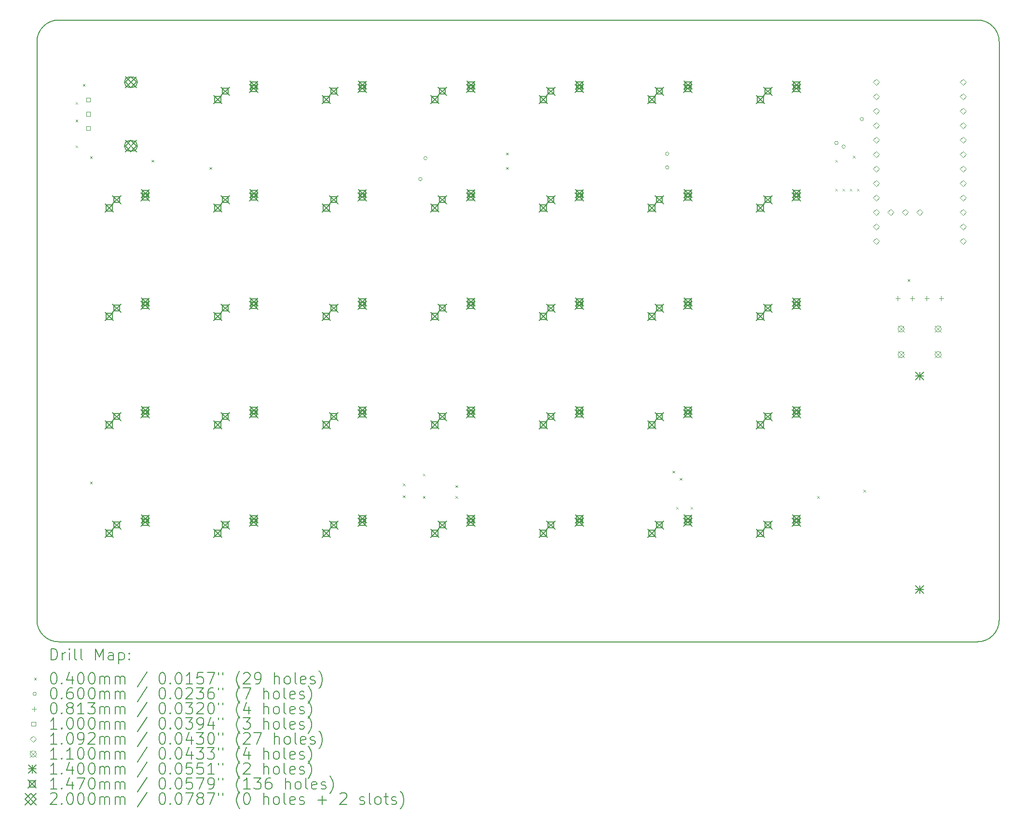
<source format=gbr>
%FSLAX45Y45*%
G04 Gerber Fmt 4.5, Leading zero omitted, Abs format (unit mm)*
G04 Created by KiCad (PCBNEW (6.0.1)) date 2022-04-05 18:44:09*
%MOMM*%
%LPD*%
G01*
G04 APERTURE LIST*
%TA.AperFunction,Profile*%
%ADD10C,0.200000*%
%TD*%
%ADD11C,0.200000*%
%ADD12C,0.040000*%
%ADD13C,0.060000*%
%ADD14C,0.081280*%
%ADD15C,0.100000*%
%ADD16C,0.109220*%
%ADD17C,0.110000*%
%ADD18C,0.140000*%
%ADD19C,0.147000*%
G04 APERTURE END LIST*
D10*
X3873500Y-3492500D02*
X20002500Y-3492500D01*
X20383500Y-3873500D02*
G75*
G03*
X20002500Y-3492500I-381000J0D01*
G01*
X20383500Y-3873500D02*
X20383500Y-14033500D01*
X3492500Y-14033500D02*
X3492500Y-3873500D01*
X20002500Y-14414500D02*
X3873500Y-14414500D01*
X3873500Y-3492500D02*
G75*
G03*
X3492500Y-3873500I0J-381000D01*
G01*
X3492500Y-14033500D02*
G75*
G03*
X3873500Y-14414500I381000J0D01*
G01*
X20002500Y-14414500D02*
G75*
G03*
X20383500Y-14033500I0J381000D01*
G01*
D11*
D12*
X4171000Y-4933000D02*
X4211000Y-4973000D01*
X4211000Y-4933000D02*
X4171000Y-4973000D01*
X4171000Y-5243750D02*
X4211000Y-5283750D01*
X4211000Y-5243750D02*
X4171000Y-5283750D01*
X4171000Y-5695000D02*
X4211000Y-5735000D01*
X4211000Y-5695000D02*
X4171000Y-5735000D01*
X4298000Y-4615500D02*
X4338000Y-4655500D01*
X4338000Y-4615500D02*
X4298000Y-4655500D01*
X4425000Y-5885500D02*
X4465000Y-5925500D01*
X4465000Y-5885500D02*
X4425000Y-5925500D01*
X4425000Y-11600500D02*
X4465000Y-11640500D01*
X4465000Y-11600500D02*
X4425000Y-11640500D01*
X5504500Y-5949000D02*
X5544500Y-5989000D01*
X5544500Y-5949000D02*
X5504500Y-5989000D01*
X6520500Y-6076000D02*
X6560500Y-6116000D01*
X6560500Y-6076000D02*
X6520500Y-6116000D01*
X9916500Y-11631000D02*
X9956500Y-11671000D01*
X9956500Y-11631000D02*
X9916500Y-11671000D01*
X9916500Y-11841800D02*
X9956500Y-11881800D01*
X9956500Y-11841800D02*
X9916500Y-11881800D01*
X10267000Y-11460800D02*
X10307000Y-11500800D01*
X10307000Y-11460800D02*
X10267000Y-11500800D01*
X10267000Y-11854500D02*
X10307000Y-11894500D01*
X10307000Y-11854500D02*
X10267000Y-11894500D01*
X10838500Y-11664000D02*
X10878500Y-11704000D01*
X10878500Y-11664000D02*
X10838500Y-11704000D01*
X10838500Y-11854500D02*
X10878500Y-11894500D01*
X10878500Y-11854500D02*
X10838500Y-11894500D01*
X11727500Y-5822000D02*
X11767500Y-5862000D01*
X11767500Y-5822000D02*
X11727500Y-5862000D01*
X11727500Y-6076000D02*
X11767500Y-6116000D01*
X11767500Y-6076000D02*
X11727500Y-6116000D01*
X14648500Y-11410000D02*
X14688500Y-11450000D01*
X14688500Y-11410000D02*
X14648500Y-11450000D01*
X14712000Y-12045000D02*
X14752000Y-12085000D01*
X14752000Y-12045000D02*
X14712000Y-12085000D01*
X14775500Y-11537000D02*
X14815500Y-11577000D01*
X14815500Y-11537000D02*
X14775500Y-11577000D01*
X14966000Y-12045000D02*
X15006000Y-12085000D01*
X15006000Y-12045000D02*
X14966000Y-12085000D01*
X17188500Y-11854500D02*
X17228500Y-11894500D01*
X17228500Y-11854500D02*
X17188500Y-11894500D01*
X17506000Y-5949000D02*
X17546000Y-5989000D01*
X17546000Y-5949000D02*
X17506000Y-5989000D01*
X17506000Y-6457000D02*
X17546000Y-6497000D01*
X17546000Y-6457000D02*
X17506000Y-6497000D01*
X17633000Y-6457000D02*
X17673000Y-6497000D01*
X17673000Y-6457000D02*
X17633000Y-6497000D01*
X17760000Y-6457000D02*
X17800000Y-6497000D01*
X17800000Y-6457000D02*
X17760000Y-6497000D01*
X17814549Y-5876549D02*
X17854549Y-5916549D01*
X17854549Y-5876549D02*
X17814549Y-5916549D01*
X17887000Y-6457000D02*
X17927000Y-6497000D01*
X17927000Y-6457000D02*
X17887000Y-6497000D01*
X17998500Y-11743000D02*
X18038500Y-11783000D01*
X18038500Y-11743000D02*
X17998500Y-11783000D01*
X18776000Y-8044500D02*
X18816000Y-8084500D01*
X18816000Y-8044500D02*
X18776000Y-8084500D01*
D13*
X10253500Y-6286500D02*
G75*
G03*
X10253500Y-6286500I-30000J0D01*
G01*
X10342400Y-5918200D02*
G75*
G03*
X10342400Y-5918200I-30000J0D01*
G01*
X14587000Y-5842000D02*
G75*
G03*
X14587000Y-5842000I-30000J0D01*
G01*
X14587000Y-6080500D02*
G75*
G03*
X14587000Y-6080500I-30000J0D01*
G01*
X17556000Y-5651500D02*
G75*
G03*
X17556000Y-5651500I-30000J0D01*
G01*
X17683000Y-5715000D02*
G75*
G03*
X17683000Y-5715000I-30000J0D01*
G01*
X18000500Y-5232400D02*
G75*
G03*
X18000500Y-5232400I-30000J0D01*
G01*
D14*
X18604500Y-8341360D02*
X18604500Y-8422640D01*
X18563860Y-8382000D02*
X18645140Y-8382000D01*
X18858500Y-8341360D02*
X18858500Y-8422640D01*
X18817860Y-8382000D02*
X18899140Y-8382000D01*
X19112500Y-8341360D02*
X19112500Y-8422640D01*
X19071860Y-8382000D02*
X19153140Y-8382000D01*
X19366500Y-8341360D02*
X19366500Y-8422640D01*
X19325860Y-8382000D02*
X19407140Y-8382000D01*
D15*
X4427336Y-4928856D02*
X4427336Y-4858144D01*
X4356624Y-4858144D01*
X4356624Y-4928856D01*
X4427336Y-4928856D01*
X4427336Y-5178856D02*
X4427336Y-5108144D01*
X4356624Y-5108144D01*
X4356624Y-5178856D01*
X4427336Y-5178856D01*
X4427336Y-5428856D02*
X4427336Y-5358144D01*
X4356624Y-5358144D01*
X4356624Y-5428856D01*
X4427336Y-5428856D01*
D16*
X18224500Y-4634785D02*
X18279110Y-4580175D01*
X18224500Y-4525565D01*
X18169890Y-4580175D01*
X18224500Y-4634785D01*
X18224500Y-4888785D02*
X18279110Y-4834175D01*
X18224500Y-4779565D01*
X18169890Y-4834175D01*
X18224500Y-4888785D01*
X18224500Y-5142785D02*
X18279110Y-5088175D01*
X18224500Y-5033565D01*
X18169890Y-5088175D01*
X18224500Y-5142785D01*
X18224500Y-5396785D02*
X18279110Y-5342175D01*
X18224500Y-5287565D01*
X18169890Y-5342175D01*
X18224500Y-5396785D01*
X18224500Y-5650785D02*
X18279110Y-5596175D01*
X18224500Y-5541565D01*
X18169890Y-5596175D01*
X18224500Y-5650785D01*
X18224500Y-5904785D02*
X18279110Y-5850175D01*
X18224500Y-5795565D01*
X18169890Y-5850175D01*
X18224500Y-5904785D01*
X18224500Y-6158785D02*
X18279110Y-6104175D01*
X18224500Y-6049565D01*
X18169890Y-6104175D01*
X18224500Y-6158785D01*
X18224500Y-6412785D02*
X18279110Y-6358175D01*
X18224500Y-6303565D01*
X18169890Y-6358175D01*
X18224500Y-6412785D01*
X18224500Y-6666785D02*
X18279110Y-6612175D01*
X18224500Y-6557565D01*
X18169890Y-6612175D01*
X18224500Y-6666785D01*
X18224500Y-6920785D02*
X18279110Y-6866175D01*
X18224500Y-6811565D01*
X18169890Y-6866175D01*
X18224500Y-6920785D01*
X18224500Y-7174785D02*
X18279110Y-7120175D01*
X18224500Y-7065565D01*
X18169890Y-7120175D01*
X18224500Y-7174785D01*
X18224500Y-7428785D02*
X18279110Y-7374175D01*
X18224500Y-7319565D01*
X18169890Y-7374175D01*
X18224500Y-7428785D01*
X18478500Y-6920785D02*
X18533110Y-6866175D01*
X18478500Y-6811565D01*
X18423890Y-6866175D01*
X18478500Y-6920785D01*
X18732500Y-6920785D02*
X18787110Y-6866175D01*
X18732500Y-6811565D01*
X18677890Y-6866175D01*
X18732500Y-6920785D01*
X18986500Y-6920785D02*
X19041110Y-6866175D01*
X18986500Y-6811565D01*
X18931890Y-6866175D01*
X18986500Y-6920785D01*
X19748500Y-4634785D02*
X19803110Y-4580175D01*
X19748500Y-4525565D01*
X19693890Y-4580175D01*
X19748500Y-4634785D01*
X19748500Y-4888785D02*
X19803110Y-4834175D01*
X19748500Y-4779565D01*
X19693890Y-4834175D01*
X19748500Y-4888785D01*
X19748500Y-5142785D02*
X19803110Y-5088175D01*
X19748500Y-5033565D01*
X19693890Y-5088175D01*
X19748500Y-5142785D01*
X19748500Y-5396785D02*
X19803110Y-5342175D01*
X19748500Y-5287565D01*
X19693890Y-5342175D01*
X19748500Y-5396785D01*
X19748500Y-5650785D02*
X19803110Y-5596175D01*
X19748500Y-5541565D01*
X19693890Y-5596175D01*
X19748500Y-5650785D01*
X19748500Y-5904785D02*
X19803110Y-5850175D01*
X19748500Y-5795565D01*
X19693890Y-5850175D01*
X19748500Y-5904785D01*
X19748500Y-6158785D02*
X19803110Y-6104175D01*
X19748500Y-6049565D01*
X19693890Y-6104175D01*
X19748500Y-6158785D01*
X19748500Y-6412785D02*
X19803110Y-6358175D01*
X19748500Y-6303565D01*
X19693890Y-6358175D01*
X19748500Y-6412785D01*
X19748500Y-6666785D02*
X19803110Y-6612175D01*
X19748500Y-6557565D01*
X19693890Y-6612175D01*
X19748500Y-6666785D01*
X19748500Y-6920785D02*
X19803110Y-6866175D01*
X19748500Y-6811565D01*
X19693890Y-6866175D01*
X19748500Y-6920785D01*
X19748500Y-7174785D02*
X19803110Y-7120175D01*
X19748500Y-7065565D01*
X19693890Y-7120175D01*
X19748500Y-7174785D01*
X19748500Y-7428785D02*
X19803110Y-7374175D01*
X19748500Y-7319565D01*
X19693890Y-7374175D01*
X19748500Y-7428785D01*
D17*
X18606500Y-8864000D02*
X18716500Y-8974000D01*
X18716500Y-8864000D02*
X18606500Y-8974000D01*
X18716500Y-8919000D02*
G75*
G03*
X18716500Y-8919000I-55000J0D01*
G01*
X18606500Y-9314000D02*
X18716500Y-9424000D01*
X18716500Y-9314000D02*
X18606500Y-9424000D01*
X18716500Y-9369000D02*
G75*
G03*
X18716500Y-9369000I-55000J0D01*
G01*
X19256500Y-8864000D02*
X19366500Y-8974000D01*
X19366500Y-8864000D02*
X19256500Y-8974000D01*
X19366500Y-8919000D02*
G75*
G03*
X19366500Y-8919000I-55000J0D01*
G01*
X19256500Y-9314000D02*
X19366500Y-9424000D01*
X19366500Y-9314000D02*
X19256500Y-9424000D01*
X19366500Y-9369000D02*
G75*
G03*
X19366500Y-9369000I-55000J0D01*
G01*
D18*
X18916500Y-9675500D02*
X19056500Y-9815500D01*
X19056500Y-9675500D02*
X18916500Y-9815500D01*
X18986500Y-9675500D02*
X18986500Y-9815500D01*
X18916500Y-9745500D02*
X19056500Y-9745500D01*
X18916500Y-13425500D02*
X19056500Y-13565500D01*
X19056500Y-13425500D02*
X18916500Y-13565500D01*
X18986500Y-13425500D02*
X18986500Y-13565500D01*
X18916500Y-13495500D02*
X19056500Y-13495500D01*
D19*
X4689000Y-6721000D02*
X4836000Y-6868000D01*
X4836000Y-6721000D02*
X4689000Y-6868000D01*
X4814473Y-6846473D02*
X4814473Y-6742527D01*
X4710527Y-6742527D01*
X4710527Y-6846473D01*
X4814473Y-6846473D01*
X4689000Y-8626000D02*
X4836000Y-8773000D01*
X4836000Y-8626000D02*
X4689000Y-8773000D01*
X4814473Y-8751473D02*
X4814473Y-8647527D01*
X4710527Y-8647527D01*
X4710527Y-8751473D01*
X4814473Y-8751473D01*
X4689000Y-10531000D02*
X4836000Y-10678000D01*
X4836000Y-10531000D02*
X4689000Y-10678000D01*
X4814473Y-10656473D02*
X4814473Y-10552527D01*
X4710527Y-10552527D01*
X4710527Y-10656473D01*
X4814473Y-10656473D01*
X4689000Y-12436000D02*
X4836000Y-12583000D01*
X4836000Y-12436000D02*
X4689000Y-12583000D01*
X4814473Y-12561473D02*
X4814473Y-12457527D01*
X4710527Y-12457527D01*
X4710527Y-12561473D01*
X4814473Y-12561473D01*
X4820000Y-6575000D02*
X4967000Y-6722000D01*
X4967000Y-6575000D02*
X4820000Y-6722000D01*
X4945473Y-6700473D02*
X4945473Y-6596527D01*
X4841527Y-6596527D01*
X4841527Y-6700473D01*
X4945473Y-6700473D01*
X4820000Y-8480000D02*
X4967000Y-8627000D01*
X4967000Y-8480000D02*
X4820000Y-8627000D01*
X4945473Y-8605473D02*
X4945473Y-8501527D01*
X4841527Y-8501527D01*
X4841527Y-8605473D01*
X4945473Y-8605473D01*
X4820000Y-10385000D02*
X4967000Y-10532000D01*
X4967000Y-10385000D02*
X4820000Y-10532000D01*
X4945473Y-10510473D02*
X4945473Y-10406527D01*
X4841527Y-10406527D01*
X4841527Y-10510473D01*
X4945473Y-10510473D01*
X4820000Y-12290000D02*
X4967000Y-12437000D01*
X4967000Y-12290000D02*
X4820000Y-12437000D01*
X4945473Y-12415473D02*
X4945473Y-12311527D01*
X4841527Y-12311527D01*
X4841527Y-12415473D01*
X4945473Y-12415473D01*
X5320000Y-6525000D02*
X5467000Y-6672000D01*
X5467000Y-6525000D02*
X5320000Y-6672000D01*
X5445473Y-6650473D02*
X5445473Y-6546527D01*
X5341527Y-6546527D01*
X5341527Y-6650473D01*
X5445473Y-6650473D01*
X5320000Y-8430000D02*
X5467000Y-8577000D01*
X5467000Y-8430000D02*
X5320000Y-8577000D01*
X5445473Y-8555473D02*
X5445473Y-8451527D01*
X5341527Y-8451527D01*
X5341527Y-8555473D01*
X5445473Y-8555473D01*
X5320000Y-10335000D02*
X5467000Y-10482000D01*
X5467000Y-10335000D02*
X5320000Y-10482000D01*
X5445473Y-10460473D02*
X5445473Y-10356527D01*
X5341527Y-10356527D01*
X5341527Y-10460473D01*
X5445473Y-10460473D01*
X5320000Y-12240000D02*
X5467000Y-12387000D01*
X5467000Y-12240000D02*
X5320000Y-12387000D01*
X5445473Y-12365473D02*
X5445473Y-12261527D01*
X5341527Y-12261527D01*
X5341527Y-12365473D01*
X5445473Y-12365473D01*
X5324000Y-6467000D02*
X5471000Y-6614000D01*
X5471000Y-6467000D02*
X5324000Y-6614000D01*
X5449473Y-6592473D02*
X5449473Y-6488527D01*
X5345527Y-6488527D01*
X5345527Y-6592473D01*
X5449473Y-6592473D01*
X5324000Y-8372000D02*
X5471000Y-8519000D01*
X5471000Y-8372000D02*
X5324000Y-8519000D01*
X5449473Y-8497473D02*
X5449473Y-8393527D01*
X5345527Y-8393527D01*
X5345527Y-8497473D01*
X5449473Y-8497473D01*
X5324000Y-10277000D02*
X5471000Y-10424000D01*
X5471000Y-10277000D02*
X5324000Y-10424000D01*
X5449473Y-10402473D02*
X5449473Y-10298527D01*
X5345527Y-10298527D01*
X5345527Y-10402473D01*
X5449473Y-10402473D01*
X5324000Y-12182000D02*
X5471000Y-12329000D01*
X5471000Y-12182000D02*
X5324000Y-12329000D01*
X5449473Y-12307473D02*
X5449473Y-12203527D01*
X5345527Y-12203527D01*
X5345527Y-12307473D01*
X5449473Y-12307473D01*
X6594000Y-4816000D02*
X6741000Y-4963000D01*
X6741000Y-4816000D02*
X6594000Y-4963000D01*
X6719473Y-4941473D02*
X6719473Y-4837527D01*
X6615527Y-4837527D01*
X6615527Y-4941473D01*
X6719473Y-4941473D01*
X6594000Y-6721000D02*
X6741000Y-6868000D01*
X6741000Y-6721000D02*
X6594000Y-6868000D01*
X6719473Y-6846473D02*
X6719473Y-6742527D01*
X6615527Y-6742527D01*
X6615527Y-6846473D01*
X6719473Y-6846473D01*
X6594000Y-8626000D02*
X6741000Y-8773000D01*
X6741000Y-8626000D02*
X6594000Y-8773000D01*
X6719473Y-8751473D02*
X6719473Y-8647527D01*
X6615527Y-8647527D01*
X6615527Y-8751473D01*
X6719473Y-8751473D01*
X6594000Y-10531000D02*
X6741000Y-10678000D01*
X6741000Y-10531000D02*
X6594000Y-10678000D01*
X6719473Y-10656473D02*
X6719473Y-10552527D01*
X6615527Y-10552527D01*
X6615527Y-10656473D01*
X6719473Y-10656473D01*
X6594000Y-12436000D02*
X6741000Y-12583000D01*
X6741000Y-12436000D02*
X6594000Y-12583000D01*
X6719473Y-12561473D02*
X6719473Y-12457527D01*
X6615527Y-12457527D01*
X6615527Y-12561473D01*
X6719473Y-12561473D01*
X6725000Y-4670000D02*
X6872000Y-4817000D01*
X6872000Y-4670000D02*
X6725000Y-4817000D01*
X6850473Y-4795473D02*
X6850473Y-4691527D01*
X6746527Y-4691527D01*
X6746527Y-4795473D01*
X6850473Y-4795473D01*
X6725000Y-6575000D02*
X6872000Y-6722000D01*
X6872000Y-6575000D02*
X6725000Y-6722000D01*
X6850473Y-6700473D02*
X6850473Y-6596527D01*
X6746527Y-6596527D01*
X6746527Y-6700473D01*
X6850473Y-6700473D01*
X6725000Y-8480000D02*
X6872000Y-8627000D01*
X6872000Y-8480000D02*
X6725000Y-8627000D01*
X6850473Y-8605473D02*
X6850473Y-8501527D01*
X6746527Y-8501527D01*
X6746527Y-8605473D01*
X6850473Y-8605473D01*
X6725000Y-10385000D02*
X6872000Y-10532000D01*
X6872000Y-10385000D02*
X6725000Y-10532000D01*
X6850473Y-10510473D02*
X6850473Y-10406527D01*
X6746527Y-10406527D01*
X6746527Y-10510473D01*
X6850473Y-10510473D01*
X6725000Y-12290000D02*
X6872000Y-12437000D01*
X6872000Y-12290000D02*
X6725000Y-12437000D01*
X6850473Y-12415473D02*
X6850473Y-12311527D01*
X6746527Y-12311527D01*
X6746527Y-12415473D01*
X6850473Y-12415473D01*
X7225000Y-4620000D02*
X7372000Y-4767000D01*
X7372000Y-4620000D02*
X7225000Y-4767000D01*
X7350473Y-4745473D02*
X7350473Y-4641527D01*
X7246527Y-4641527D01*
X7246527Y-4745473D01*
X7350473Y-4745473D01*
X7225000Y-6525000D02*
X7372000Y-6672000D01*
X7372000Y-6525000D02*
X7225000Y-6672000D01*
X7350473Y-6650473D02*
X7350473Y-6546527D01*
X7246527Y-6546527D01*
X7246527Y-6650473D01*
X7350473Y-6650473D01*
X7225000Y-8430000D02*
X7372000Y-8577000D01*
X7372000Y-8430000D02*
X7225000Y-8577000D01*
X7350473Y-8555473D02*
X7350473Y-8451527D01*
X7246527Y-8451527D01*
X7246527Y-8555473D01*
X7350473Y-8555473D01*
X7225000Y-10335000D02*
X7372000Y-10482000D01*
X7372000Y-10335000D02*
X7225000Y-10482000D01*
X7350473Y-10460473D02*
X7350473Y-10356527D01*
X7246527Y-10356527D01*
X7246527Y-10460473D01*
X7350473Y-10460473D01*
X7225000Y-12240000D02*
X7372000Y-12387000D01*
X7372000Y-12240000D02*
X7225000Y-12387000D01*
X7350473Y-12365473D02*
X7350473Y-12261527D01*
X7246527Y-12261527D01*
X7246527Y-12365473D01*
X7350473Y-12365473D01*
X7229000Y-4562000D02*
X7376000Y-4709000D01*
X7376000Y-4562000D02*
X7229000Y-4709000D01*
X7354473Y-4687473D02*
X7354473Y-4583527D01*
X7250527Y-4583527D01*
X7250527Y-4687473D01*
X7354473Y-4687473D01*
X7229000Y-6467000D02*
X7376000Y-6614000D01*
X7376000Y-6467000D02*
X7229000Y-6614000D01*
X7354473Y-6592473D02*
X7354473Y-6488527D01*
X7250527Y-6488527D01*
X7250527Y-6592473D01*
X7354473Y-6592473D01*
X7229000Y-8372000D02*
X7376000Y-8519000D01*
X7376000Y-8372000D02*
X7229000Y-8519000D01*
X7354473Y-8497473D02*
X7354473Y-8393527D01*
X7250527Y-8393527D01*
X7250527Y-8497473D01*
X7354473Y-8497473D01*
X7229000Y-10277000D02*
X7376000Y-10424000D01*
X7376000Y-10277000D02*
X7229000Y-10424000D01*
X7354473Y-10402473D02*
X7354473Y-10298527D01*
X7250527Y-10298527D01*
X7250527Y-10402473D01*
X7354473Y-10402473D01*
X7229000Y-12182000D02*
X7376000Y-12329000D01*
X7376000Y-12182000D02*
X7229000Y-12329000D01*
X7354473Y-12307473D02*
X7354473Y-12203527D01*
X7250527Y-12203527D01*
X7250527Y-12307473D01*
X7354473Y-12307473D01*
X8499000Y-4816000D02*
X8646000Y-4963000D01*
X8646000Y-4816000D02*
X8499000Y-4963000D01*
X8624473Y-4941473D02*
X8624473Y-4837527D01*
X8520527Y-4837527D01*
X8520527Y-4941473D01*
X8624473Y-4941473D01*
X8499000Y-6721000D02*
X8646000Y-6868000D01*
X8646000Y-6721000D02*
X8499000Y-6868000D01*
X8624473Y-6846473D02*
X8624473Y-6742527D01*
X8520527Y-6742527D01*
X8520527Y-6846473D01*
X8624473Y-6846473D01*
X8499000Y-8626000D02*
X8646000Y-8773000D01*
X8646000Y-8626000D02*
X8499000Y-8773000D01*
X8624473Y-8751473D02*
X8624473Y-8647527D01*
X8520527Y-8647527D01*
X8520527Y-8751473D01*
X8624473Y-8751473D01*
X8499000Y-10531000D02*
X8646000Y-10678000D01*
X8646000Y-10531000D02*
X8499000Y-10678000D01*
X8624473Y-10656473D02*
X8624473Y-10552527D01*
X8520527Y-10552527D01*
X8520527Y-10656473D01*
X8624473Y-10656473D01*
X8499000Y-12436000D02*
X8646000Y-12583000D01*
X8646000Y-12436000D02*
X8499000Y-12583000D01*
X8624473Y-12561473D02*
X8624473Y-12457527D01*
X8520527Y-12457527D01*
X8520527Y-12561473D01*
X8624473Y-12561473D01*
X8630000Y-4670000D02*
X8777000Y-4817000D01*
X8777000Y-4670000D02*
X8630000Y-4817000D01*
X8755473Y-4795473D02*
X8755473Y-4691527D01*
X8651527Y-4691527D01*
X8651527Y-4795473D01*
X8755473Y-4795473D01*
X8630000Y-6575000D02*
X8777000Y-6722000D01*
X8777000Y-6575000D02*
X8630000Y-6722000D01*
X8755473Y-6700473D02*
X8755473Y-6596527D01*
X8651527Y-6596527D01*
X8651527Y-6700473D01*
X8755473Y-6700473D01*
X8630000Y-8480000D02*
X8777000Y-8627000D01*
X8777000Y-8480000D02*
X8630000Y-8627000D01*
X8755473Y-8605473D02*
X8755473Y-8501527D01*
X8651527Y-8501527D01*
X8651527Y-8605473D01*
X8755473Y-8605473D01*
X8630000Y-10385000D02*
X8777000Y-10532000D01*
X8777000Y-10385000D02*
X8630000Y-10532000D01*
X8755473Y-10510473D02*
X8755473Y-10406527D01*
X8651527Y-10406527D01*
X8651527Y-10510473D01*
X8755473Y-10510473D01*
X8630000Y-12290000D02*
X8777000Y-12437000D01*
X8777000Y-12290000D02*
X8630000Y-12437000D01*
X8755473Y-12415473D02*
X8755473Y-12311527D01*
X8651527Y-12311527D01*
X8651527Y-12415473D01*
X8755473Y-12415473D01*
X9130000Y-4620000D02*
X9277000Y-4767000D01*
X9277000Y-4620000D02*
X9130000Y-4767000D01*
X9255473Y-4745473D02*
X9255473Y-4641527D01*
X9151527Y-4641527D01*
X9151527Y-4745473D01*
X9255473Y-4745473D01*
X9130000Y-6525000D02*
X9277000Y-6672000D01*
X9277000Y-6525000D02*
X9130000Y-6672000D01*
X9255473Y-6650473D02*
X9255473Y-6546527D01*
X9151527Y-6546527D01*
X9151527Y-6650473D01*
X9255473Y-6650473D01*
X9130000Y-8430000D02*
X9277000Y-8577000D01*
X9277000Y-8430000D02*
X9130000Y-8577000D01*
X9255473Y-8555473D02*
X9255473Y-8451527D01*
X9151527Y-8451527D01*
X9151527Y-8555473D01*
X9255473Y-8555473D01*
X9130000Y-10335000D02*
X9277000Y-10482000D01*
X9277000Y-10335000D02*
X9130000Y-10482000D01*
X9255473Y-10460473D02*
X9255473Y-10356527D01*
X9151527Y-10356527D01*
X9151527Y-10460473D01*
X9255473Y-10460473D01*
X9130000Y-12240000D02*
X9277000Y-12387000D01*
X9277000Y-12240000D02*
X9130000Y-12387000D01*
X9255473Y-12365473D02*
X9255473Y-12261527D01*
X9151527Y-12261527D01*
X9151527Y-12365473D01*
X9255473Y-12365473D01*
X9134000Y-4562000D02*
X9281000Y-4709000D01*
X9281000Y-4562000D02*
X9134000Y-4709000D01*
X9259473Y-4687473D02*
X9259473Y-4583527D01*
X9155527Y-4583527D01*
X9155527Y-4687473D01*
X9259473Y-4687473D01*
X9134000Y-6467000D02*
X9281000Y-6614000D01*
X9281000Y-6467000D02*
X9134000Y-6614000D01*
X9259473Y-6592473D02*
X9259473Y-6488527D01*
X9155527Y-6488527D01*
X9155527Y-6592473D01*
X9259473Y-6592473D01*
X9134000Y-8372000D02*
X9281000Y-8519000D01*
X9281000Y-8372000D02*
X9134000Y-8519000D01*
X9259473Y-8497473D02*
X9259473Y-8393527D01*
X9155527Y-8393527D01*
X9155527Y-8497473D01*
X9259473Y-8497473D01*
X9134000Y-10277000D02*
X9281000Y-10424000D01*
X9281000Y-10277000D02*
X9134000Y-10424000D01*
X9259473Y-10402473D02*
X9259473Y-10298527D01*
X9155527Y-10298527D01*
X9155527Y-10402473D01*
X9259473Y-10402473D01*
X9134000Y-12182000D02*
X9281000Y-12329000D01*
X9281000Y-12182000D02*
X9134000Y-12329000D01*
X9259473Y-12307473D02*
X9259473Y-12203527D01*
X9155527Y-12203527D01*
X9155527Y-12307473D01*
X9259473Y-12307473D01*
X10404000Y-4816000D02*
X10551000Y-4963000D01*
X10551000Y-4816000D02*
X10404000Y-4963000D01*
X10529473Y-4941473D02*
X10529473Y-4837527D01*
X10425527Y-4837527D01*
X10425527Y-4941473D01*
X10529473Y-4941473D01*
X10404000Y-6721000D02*
X10551000Y-6868000D01*
X10551000Y-6721000D02*
X10404000Y-6868000D01*
X10529473Y-6846473D02*
X10529473Y-6742527D01*
X10425527Y-6742527D01*
X10425527Y-6846473D01*
X10529473Y-6846473D01*
X10404000Y-8626000D02*
X10551000Y-8773000D01*
X10551000Y-8626000D02*
X10404000Y-8773000D01*
X10529473Y-8751473D02*
X10529473Y-8647527D01*
X10425527Y-8647527D01*
X10425527Y-8751473D01*
X10529473Y-8751473D01*
X10404000Y-10531000D02*
X10551000Y-10678000D01*
X10551000Y-10531000D02*
X10404000Y-10678000D01*
X10529473Y-10656473D02*
X10529473Y-10552527D01*
X10425527Y-10552527D01*
X10425527Y-10656473D01*
X10529473Y-10656473D01*
X10404000Y-12436000D02*
X10551000Y-12583000D01*
X10551000Y-12436000D02*
X10404000Y-12583000D01*
X10529473Y-12561473D02*
X10529473Y-12457527D01*
X10425527Y-12457527D01*
X10425527Y-12561473D01*
X10529473Y-12561473D01*
X10535000Y-4670000D02*
X10682000Y-4817000D01*
X10682000Y-4670000D02*
X10535000Y-4817000D01*
X10660473Y-4795473D02*
X10660473Y-4691527D01*
X10556527Y-4691527D01*
X10556527Y-4795473D01*
X10660473Y-4795473D01*
X10535000Y-6575000D02*
X10682000Y-6722000D01*
X10682000Y-6575000D02*
X10535000Y-6722000D01*
X10660473Y-6700473D02*
X10660473Y-6596527D01*
X10556527Y-6596527D01*
X10556527Y-6700473D01*
X10660473Y-6700473D01*
X10535000Y-8480000D02*
X10682000Y-8627000D01*
X10682000Y-8480000D02*
X10535000Y-8627000D01*
X10660473Y-8605473D02*
X10660473Y-8501527D01*
X10556527Y-8501527D01*
X10556527Y-8605473D01*
X10660473Y-8605473D01*
X10535000Y-10385000D02*
X10682000Y-10532000D01*
X10682000Y-10385000D02*
X10535000Y-10532000D01*
X10660473Y-10510473D02*
X10660473Y-10406527D01*
X10556527Y-10406527D01*
X10556527Y-10510473D01*
X10660473Y-10510473D01*
X10535000Y-12290000D02*
X10682000Y-12437000D01*
X10682000Y-12290000D02*
X10535000Y-12437000D01*
X10660473Y-12415473D02*
X10660473Y-12311527D01*
X10556527Y-12311527D01*
X10556527Y-12415473D01*
X10660473Y-12415473D01*
X11035000Y-4620000D02*
X11182000Y-4767000D01*
X11182000Y-4620000D02*
X11035000Y-4767000D01*
X11160473Y-4745473D02*
X11160473Y-4641527D01*
X11056527Y-4641527D01*
X11056527Y-4745473D01*
X11160473Y-4745473D01*
X11035000Y-6525000D02*
X11182000Y-6672000D01*
X11182000Y-6525000D02*
X11035000Y-6672000D01*
X11160473Y-6650473D02*
X11160473Y-6546527D01*
X11056527Y-6546527D01*
X11056527Y-6650473D01*
X11160473Y-6650473D01*
X11035000Y-8430000D02*
X11182000Y-8577000D01*
X11182000Y-8430000D02*
X11035000Y-8577000D01*
X11160473Y-8555473D02*
X11160473Y-8451527D01*
X11056527Y-8451527D01*
X11056527Y-8555473D01*
X11160473Y-8555473D01*
X11035000Y-10335000D02*
X11182000Y-10482000D01*
X11182000Y-10335000D02*
X11035000Y-10482000D01*
X11160473Y-10460473D02*
X11160473Y-10356527D01*
X11056527Y-10356527D01*
X11056527Y-10460473D01*
X11160473Y-10460473D01*
X11035000Y-12240000D02*
X11182000Y-12387000D01*
X11182000Y-12240000D02*
X11035000Y-12387000D01*
X11160473Y-12365473D02*
X11160473Y-12261527D01*
X11056527Y-12261527D01*
X11056527Y-12365473D01*
X11160473Y-12365473D01*
X11039000Y-4562000D02*
X11186000Y-4709000D01*
X11186000Y-4562000D02*
X11039000Y-4709000D01*
X11164473Y-4687473D02*
X11164473Y-4583527D01*
X11060527Y-4583527D01*
X11060527Y-4687473D01*
X11164473Y-4687473D01*
X11039000Y-6467000D02*
X11186000Y-6614000D01*
X11186000Y-6467000D02*
X11039000Y-6614000D01*
X11164473Y-6592473D02*
X11164473Y-6488527D01*
X11060527Y-6488527D01*
X11060527Y-6592473D01*
X11164473Y-6592473D01*
X11039000Y-8372000D02*
X11186000Y-8519000D01*
X11186000Y-8372000D02*
X11039000Y-8519000D01*
X11164473Y-8497473D02*
X11164473Y-8393527D01*
X11060527Y-8393527D01*
X11060527Y-8497473D01*
X11164473Y-8497473D01*
X11039000Y-10277000D02*
X11186000Y-10424000D01*
X11186000Y-10277000D02*
X11039000Y-10424000D01*
X11164473Y-10402473D02*
X11164473Y-10298527D01*
X11060527Y-10298527D01*
X11060527Y-10402473D01*
X11164473Y-10402473D01*
X11039000Y-12182000D02*
X11186000Y-12329000D01*
X11186000Y-12182000D02*
X11039000Y-12329000D01*
X11164473Y-12307473D02*
X11164473Y-12203527D01*
X11060527Y-12203527D01*
X11060527Y-12307473D01*
X11164473Y-12307473D01*
X12309000Y-4816000D02*
X12456000Y-4963000D01*
X12456000Y-4816000D02*
X12309000Y-4963000D01*
X12434473Y-4941473D02*
X12434473Y-4837527D01*
X12330527Y-4837527D01*
X12330527Y-4941473D01*
X12434473Y-4941473D01*
X12309000Y-6721000D02*
X12456000Y-6868000D01*
X12456000Y-6721000D02*
X12309000Y-6868000D01*
X12434473Y-6846473D02*
X12434473Y-6742527D01*
X12330527Y-6742527D01*
X12330527Y-6846473D01*
X12434473Y-6846473D01*
X12309000Y-8626000D02*
X12456000Y-8773000D01*
X12456000Y-8626000D02*
X12309000Y-8773000D01*
X12434473Y-8751473D02*
X12434473Y-8647527D01*
X12330527Y-8647527D01*
X12330527Y-8751473D01*
X12434473Y-8751473D01*
X12309000Y-10531000D02*
X12456000Y-10678000D01*
X12456000Y-10531000D02*
X12309000Y-10678000D01*
X12434473Y-10656473D02*
X12434473Y-10552527D01*
X12330527Y-10552527D01*
X12330527Y-10656473D01*
X12434473Y-10656473D01*
X12309000Y-12436000D02*
X12456000Y-12583000D01*
X12456000Y-12436000D02*
X12309000Y-12583000D01*
X12434473Y-12561473D02*
X12434473Y-12457527D01*
X12330527Y-12457527D01*
X12330527Y-12561473D01*
X12434473Y-12561473D01*
X12440000Y-4670000D02*
X12587000Y-4817000D01*
X12587000Y-4670000D02*
X12440000Y-4817000D01*
X12565473Y-4795473D02*
X12565473Y-4691527D01*
X12461527Y-4691527D01*
X12461527Y-4795473D01*
X12565473Y-4795473D01*
X12440000Y-6575000D02*
X12587000Y-6722000D01*
X12587000Y-6575000D02*
X12440000Y-6722000D01*
X12565473Y-6700473D02*
X12565473Y-6596527D01*
X12461527Y-6596527D01*
X12461527Y-6700473D01*
X12565473Y-6700473D01*
X12440000Y-8480000D02*
X12587000Y-8627000D01*
X12587000Y-8480000D02*
X12440000Y-8627000D01*
X12565473Y-8605473D02*
X12565473Y-8501527D01*
X12461527Y-8501527D01*
X12461527Y-8605473D01*
X12565473Y-8605473D01*
X12440000Y-10385000D02*
X12587000Y-10532000D01*
X12587000Y-10385000D02*
X12440000Y-10532000D01*
X12565473Y-10510473D02*
X12565473Y-10406527D01*
X12461527Y-10406527D01*
X12461527Y-10510473D01*
X12565473Y-10510473D01*
X12440000Y-12290000D02*
X12587000Y-12437000D01*
X12587000Y-12290000D02*
X12440000Y-12437000D01*
X12565473Y-12415473D02*
X12565473Y-12311527D01*
X12461527Y-12311527D01*
X12461527Y-12415473D01*
X12565473Y-12415473D01*
X12940000Y-4620000D02*
X13087000Y-4767000D01*
X13087000Y-4620000D02*
X12940000Y-4767000D01*
X13065473Y-4745473D02*
X13065473Y-4641527D01*
X12961527Y-4641527D01*
X12961527Y-4745473D01*
X13065473Y-4745473D01*
X12940000Y-6525000D02*
X13087000Y-6672000D01*
X13087000Y-6525000D02*
X12940000Y-6672000D01*
X13065473Y-6650473D02*
X13065473Y-6546527D01*
X12961527Y-6546527D01*
X12961527Y-6650473D01*
X13065473Y-6650473D01*
X12940000Y-8430000D02*
X13087000Y-8577000D01*
X13087000Y-8430000D02*
X12940000Y-8577000D01*
X13065473Y-8555473D02*
X13065473Y-8451527D01*
X12961527Y-8451527D01*
X12961527Y-8555473D01*
X13065473Y-8555473D01*
X12940000Y-10335000D02*
X13087000Y-10482000D01*
X13087000Y-10335000D02*
X12940000Y-10482000D01*
X13065473Y-10460473D02*
X13065473Y-10356527D01*
X12961527Y-10356527D01*
X12961527Y-10460473D01*
X13065473Y-10460473D01*
X12940000Y-12240000D02*
X13087000Y-12387000D01*
X13087000Y-12240000D02*
X12940000Y-12387000D01*
X13065473Y-12365473D02*
X13065473Y-12261527D01*
X12961527Y-12261527D01*
X12961527Y-12365473D01*
X13065473Y-12365473D01*
X12944000Y-4562000D02*
X13091000Y-4709000D01*
X13091000Y-4562000D02*
X12944000Y-4709000D01*
X13069473Y-4687473D02*
X13069473Y-4583527D01*
X12965527Y-4583527D01*
X12965527Y-4687473D01*
X13069473Y-4687473D01*
X12944000Y-6467000D02*
X13091000Y-6614000D01*
X13091000Y-6467000D02*
X12944000Y-6614000D01*
X13069473Y-6592473D02*
X13069473Y-6488527D01*
X12965527Y-6488527D01*
X12965527Y-6592473D01*
X13069473Y-6592473D01*
X12944000Y-8372000D02*
X13091000Y-8519000D01*
X13091000Y-8372000D02*
X12944000Y-8519000D01*
X13069473Y-8497473D02*
X13069473Y-8393527D01*
X12965527Y-8393527D01*
X12965527Y-8497473D01*
X13069473Y-8497473D01*
X12944000Y-10277000D02*
X13091000Y-10424000D01*
X13091000Y-10277000D02*
X12944000Y-10424000D01*
X13069473Y-10402473D02*
X13069473Y-10298527D01*
X12965527Y-10298527D01*
X12965527Y-10402473D01*
X13069473Y-10402473D01*
X12944000Y-12182000D02*
X13091000Y-12329000D01*
X13091000Y-12182000D02*
X12944000Y-12329000D01*
X13069473Y-12307473D02*
X13069473Y-12203527D01*
X12965527Y-12203527D01*
X12965527Y-12307473D01*
X13069473Y-12307473D01*
X14214000Y-4816000D02*
X14361000Y-4963000D01*
X14361000Y-4816000D02*
X14214000Y-4963000D01*
X14339473Y-4941473D02*
X14339473Y-4837527D01*
X14235527Y-4837527D01*
X14235527Y-4941473D01*
X14339473Y-4941473D01*
X14214000Y-6721000D02*
X14361000Y-6868000D01*
X14361000Y-6721000D02*
X14214000Y-6868000D01*
X14339473Y-6846473D02*
X14339473Y-6742527D01*
X14235527Y-6742527D01*
X14235527Y-6846473D01*
X14339473Y-6846473D01*
X14214000Y-8626000D02*
X14361000Y-8773000D01*
X14361000Y-8626000D02*
X14214000Y-8773000D01*
X14339473Y-8751473D02*
X14339473Y-8647527D01*
X14235527Y-8647527D01*
X14235527Y-8751473D01*
X14339473Y-8751473D01*
X14214000Y-10531000D02*
X14361000Y-10678000D01*
X14361000Y-10531000D02*
X14214000Y-10678000D01*
X14339473Y-10656473D02*
X14339473Y-10552527D01*
X14235527Y-10552527D01*
X14235527Y-10656473D01*
X14339473Y-10656473D01*
X14214440Y-12435220D02*
X14361440Y-12582220D01*
X14361440Y-12435220D02*
X14214440Y-12582220D01*
X14339913Y-12560693D02*
X14339913Y-12456747D01*
X14235967Y-12456747D01*
X14235967Y-12560693D01*
X14339913Y-12560693D01*
X14345000Y-4670000D02*
X14492000Y-4817000D01*
X14492000Y-4670000D02*
X14345000Y-4817000D01*
X14470473Y-4795473D02*
X14470473Y-4691527D01*
X14366527Y-4691527D01*
X14366527Y-4795473D01*
X14470473Y-4795473D01*
X14345000Y-6575000D02*
X14492000Y-6722000D01*
X14492000Y-6575000D02*
X14345000Y-6722000D01*
X14470473Y-6700473D02*
X14470473Y-6596527D01*
X14366527Y-6596527D01*
X14366527Y-6700473D01*
X14470473Y-6700473D01*
X14345000Y-8480000D02*
X14492000Y-8627000D01*
X14492000Y-8480000D02*
X14345000Y-8627000D01*
X14470473Y-8605473D02*
X14470473Y-8501527D01*
X14366527Y-8501527D01*
X14366527Y-8605473D01*
X14470473Y-8605473D01*
X14345000Y-10385000D02*
X14492000Y-10532000D01*
X14492000Y-10385000D02*
X14345000Y-10532000D01*
X14470473Y-10510473D02*
X14470473Y-10406527D01*
X14366527Y-10406527D01*
X14366527Y-10510473D01*
X14470473Y-10510473D01*
X14345440Y-12289220D02*
X14492440Y-12436220D01*
X14492440Y-12289220D02*
X14345440Y-12436220D01*
X14470913Y-12414693D02*
X14470913Y-12310747D01*
X14366967Y-12310747D01*
X14366967Y-12414693D01*
X14470913Y-12414693D01*
X14845000Y-4620000D02*
X14992000Y-4767000D01*
X14992000Y-4620000D02*
X14845000Y-4767000D01*
X14970473Y-4745473D02*
X14970473Y-4641527D01*
X14866527Y-4641527D01*
X14866527Y-4745473D01*
X14970473Y-4745473D01*
X14845000Y-6525000D02*
X14992000Y-6672000D01*
X14992000Y-6525000D02*
X14845000Y-6672000D01*
X14970473Y-6650473D02*
X14970473Y-6546527D01*
X14866527Y-6546527D01*
X14866527Y-6650473D01*
X14970473Y-6650473D01*
X14845000Y-8430000D02*
X14992000Y-8577000D01*
X14992000Y-8430000D02*
X14845000Y-8577000D01*
X14970473Y-8555473D02*
X14970473Y-8451527D01*
X14866527Y-8451527D01*
X14866527Y-8555473D01*
X14970473Y-8555473D01*
X14845000Y-10335000D02*
X14992000Y-10482000D01*
X14992000Y-10335000D02*
X14845000Y-10482000D01*
X14970473Y-10460473D02*
X14970473Y-10356527D01*
X14866527Y-10356527D01*
X14866527Y-10460473D01*
X14970473Y-10460473D01*
X14845440Y-12239220D02*
X14992440Y-12386220D01*
X14992440Y-12239220D02*
X14845440Y-12386220D01*
X14970913Y-12364693D02*
X14970913Y-12260747D01*
X14866967Y-12260747D01*
X14866967Y-12364693D01*
X14970913Y-12364693D01*
X14849000Y-4562000D02*
X14996000Y-4709000D01*
X14996000Y-4562000D02*
X14849000Y-4709000D01*
X14974473Y-4687473D02*
X14974473Y-4583527D01*
X14870527Y-4583527D01*
X14870527Y-4687473D01*
X14974473Y-4687473D01*
X14849000Y-6467000D02*
X14996000Y-6614000D01*
X14996000Y-6467000D02*
X14849000Y-6614000D01*
X14974473Y-6592473D02*
X14974473Y-6488527D01*
X14870527Y-6488527D01*
X14870527Y-6592473D01*
X14974473Y-6592473D01*
X14849000Y-8372000D02*
X14996000Y-8519000D01*
X14996000Y-8372000D02*
X14849000Y-8519000D01*
X14974473Y-8497473D02*
X14974473Y-8393527D01*
X14870527Y-8393527D01*
X14870527Y-8497473D01*
X14974473Y-8497473D01*
X14849000Y-10277000D02*
X14996000Y-10424000D01*
X14996000Y-10277000D02*
X14849000Y-10424000D01*
X14974473Y-10402473D02*
X14974473Y-10298527D01*
X14870527Y-10298527D01*
X14870527Y-10402473D01*
X14974473Y-10402473D01*
X14849440Y-12181220D02*
X14996440Y-12328220D01*
X14996440Y-12181220D02*
X14849440Y-12328220D01*
X14974913Y-12306693D02*
X14974913Y-12202747D01*
X14870967Y-12202747D01*
X14870967Y-12306693D01*
X14974913Y-12306693D01*
X16119000Y-4816000D02*
X16266000Y-4963000D01*
X16266000Y-4816000D02*
X16119000Y-4963000D01*
X16244473Y-4941473D02*
X16244473Y-4837527D01*
X16140527Y-4837527D01*
X16140527Y-4941473D01*
X16244473Y-4941473D01*
X16119000Y-6721000D02*
X16266000Y-6868000D01*
X16266000Y-6721000D02*
X16119000Y-6868000D01*
X16244473Y-6846473D02*
X16244473Y-6742527D01*
X16140527Y-6742527D01*
X16140527Y-6846473D01*
X16244473Y-6846473D01*
X16119000Y-8626000D02*
X16266000Y-8773000D01*
X16266000Y-8626000D02*
X16119000Y-8773000D01*
X16244473Y-8751473D02*
X16244473Y-8647527D01*
X16140527Y-8647527D01*
X16140527Y-8751473D01*
X16244473Y-8751473D01*
X16119000Y-10531000D02*
X16266000Y-10678000D01*
X16266000Y-10531000D02*
X16119000Y-10678000D01*
X16244473Y-10656473D02*
X16244473Y-10552527D01*
X16140527Y-10552527D01*
X16140527Y-10656473D01*
X16244473Y-10656473D01*
X16119000Y-12436000D02*
X16266000Y-12583000D01*
X16266000Y-12436000D02*
X16119000Y-12583000D01*
X16244473Y-12561473D02*
X16244473Y-12457527D01*
X16140527Y-12457527D01*
X16140527Y-12561473D01*
X16244473Y-12561473D01*
X16250000Y-4670000D02*
X16397000Y-4817000D01*
X16397000Y-4670000D02*
X16250000Y-4817000D01*
X16375473Y-4795473D02*
X16375473Y-4691527D01*
X16271527Y-4691527D01*
X16271527Y-4795473D01*
X16375473Y-4795473D01*
X16250000Y-6575000D02*
X16397000Y-6722000D01*
X16397000Y-6575000D02*
X16250000Y-6722000D01*
X16375473Y-6700473D02*
X16375473Y-6596527D01*
X16271527Y-6596527D01*
X16271527Y-6700473D01*
X16375473Y-6700473D01*
X16250000Y-8480000D02*
X16397000Y-8627000D01*
X16397000Y-8480000D02*
X16250000Y-8627000D01*
X16375473Y-8605473D02*
X16375473Y-8501527D01*
X16271527Y-8501527D01*
X16271527Y-8605473D01*
X16375473Y-8605473D01*
X16250000Y-10385000D02*
X16397000Y-10532000D01*
X16397000Y-10385000D02*
X16250000Y-10532000D01*
X16375473Y-10510473D02*
X16375473Y-10406527D01*
X16271527Y-10406527D01*
X16271527Y-10510473D01*
X16375473Y-10510473D01*
X16250000Y-12290000D02*
X16397000Y-12437000D01*
X16397000Y-12290000D02*
X16250000Y-12437000D01*
X16375473Y-12415473D02*
X16375473Y-12311527D01*
X16271527Y-12311527D01*
X16271527Y-12415473D01*
X16375473Y-12415473D01*
X16750000Y-4620000D02*
X16897000Y-4767000D01*
X16897000Y-4620000D02*
X16750000Y-4767000D01*
X16875473Y-4745473D02*
X16875473Y-4641527D01*
X16771527Y-4641527D01*
X16771527Y-4745473D01*
X16875473Y-4745473D01*
X16750000Y-6525000D02*
X16897000Y-6672000D01*
X16897000Y-6525000D02*
X16750000Y-6672000D01*
X16875473Y-6650473D02*
X16875473Y-6546527D01*
X16771527Y-6546527D01*
X16771527Y-6650473D01*
X16875473Y-6650473D01*
X16750000Y-8430000D02*
X16897000Y-8577000D01*
X16897000Y-8430000D02*
X16750000Y-8577000D01*
X16875473Y-8555473D02*
X16875473Y-8451527D01*
X16771527Y-8451527D01*
X16771527Y-8555473D01*
X16875473Y-8555473D01*
X16750000Y-10335000D02*
X16897000Y-10482000D01*
X16897000Y-10335000D02*
X16750000Y-10482000D01*
X16875473Y-10460473D02*
X16875473Y-10356527D01*
X16771527Y-10356527D01*
X16771527Y-10460473D01*
X16875473Y-10460473D01*
X16750000Y-12240000D02*
X16897000Y-12387000D01*
X16897000Y-12240000D02*
X16750000Y-12387000D01*
X16875473Y-12365473D02*
X16875473Y-12261527D01*
X16771527Y-12261527D01*
X16771527Y-12365473D01*
X16875473Y-12365473D01*
X16754000Y-4562000D02*
X16901000Y-4709000D01*
X16901000Y-4562000D02*
X16754000Y-4709000D01*
X16879473Y-4687473D02*
X16879473Y-4583527D01*
X16775527Y-4583527D01*
X16775527Y-4687473D01*
X16879473Y-4687473D01*
X16754000Y-6467000D02*
X16901000Y-6614000D01*
X16901000Y-6467000D02*
X16754000Y-6614000D01*
X16879473Y-6592473D02*
X16879473Y-6488527D01*
X16775527Y-6488527D01*
X16775527Y-6592473D01*
X16879473Y-6592473D01*
X16754000Y-8372000D02*
X16901000Y-8519000D01*
X16901000Y-8372000D02*
X16754000Y-8519000D01*
X16879473Y-8497473D02*
X16879473Y-8393527D01*
X16775527Y-8393527D01*
X16775527Y-8497473D01*
X16879473Y-8497473D01*
X16754000Y-10277000D02*
X16901000Y-10424000D01*
X16901000Y-10277000D02*
X16754000Y-10424000D01*
X16879473Y-10402473D02*
X16879473Y-10298527D01*
X16775527Y-10298527D01*
X16775527Y-10402473D01*
X16879473Y-10402473D01*
X16754000Y-12182000D02*
X16901000Y-12329000D01*
X16901000Y-12182000D02*
X16754000Y-12329000D01*
X16879473Y-12307473D02*
X16879473Y-12203527D01*
X16775527Y-12203527D01*
X16775527Y-12307473D01*
X16879473Y-12307473D01*
D11*
X5041980Y-4483500D02*
X5241980Y-4683500D01*
X5241980Y-4483500D02*
X5041980Y-4683500D01*
X5141980Y-4683500D02*
X5241980Y-4583500D01*
X5141980Y-4483500D01*
X5041980Y-4583500D01*
X5141980Y-4683500D01*
X5116980Y-4673500D02*
X5166980Y-4673500D01*
X5116980Y-4493500D02*
X5166980Y-4493500D01*
X5166980Y-4673500D02*
G75*
G03*
X5166980Y-4493500I0J90000D01*
G01*
X5116980Y-4493500D02*
G75*
G03*
X5116980Y-4673500I0J-90000D01*
G01*
X5041980Y-5603500D02*
X5241980Y-5803500D01*
X5241980Y-5603500D02*
X5041980Y-5803500D01*
X5141980Y-5803500D02*
X5241980Y-5703500D01*
X5141980Y-5603500D01*
X5041980Y-5703500D01*
X5141980Y-5803500D01*
X5116980Y-5793500D02*
X5166980Y-5793500D01*
X5116980Y-5613500D02*
X5166980Y-5613500D01*
X5166980Y-5793500D02*
G75*
G03*
X5166980Y-5613500I0J90000D01*
G01*
X5116980Y-5613500D02*
G75*
G03*
X5116980Y-5793500I0J-90000D01*
G01*
X3740119Y-14734976D02*
X3740119Y-14534976D01*
X3787738Y-14534976D01*
X3816309Y-14544500D01*
X3835357Y-14563548D01*
X3844881Y-14582595D01*
X3854405Y-14620690D01*
X3854405Y-14649262D01*
X3844881Y-14687357D01*
X3835357Y-14706405D01*
X3816309Y-14725452D01*
X3787738Y-14734976D01*
X3740119Y-14734976D01*
X3940119Y-14734976D02*
X3940119Y-14601643D01*
X3940119Y-14639738D02*
X3949643Y-14620690D01*
X3959167Y-14611167D01*
X3978214Y-14601643D01*
X3997262Y-14601643D01*
X4063928Y-14734976D02*
X4063928Y-14601643D01*
X4063928Y-14534976D02*
X4054405Y-14544500D01*
X4063928Y-14554024D01*
X4073452Y-14544500D01*
X4063928Y-14534976D01*
X4063928Y-14554024D01*
X4187738Y-14734976D02*
X4168690Y-14725452D01*
X4159167Y-14706405D01*
X4159167Y-14534976D01*
X4292500Y-14734976D02*
X4273452Y-14725452D01*
X4263929Y-14706405D01*
X4263929Y-14534976D01*
X4521071Y-14734976D02*
X4521071Y-14534976D01*
X4587738Y-14677833D01*
X4654405Y-14534976D01*
X4654405Y-14734976D01*
X4835357Y-14734976D02*
X4835357Y-14630214D01*
X4825833Y-14611167D01*
X4806786Y-14601643D01*
X4768690Y-14601643D01*
X4749643Y-14611167D01*
X4835357Y-14725452D02*
X4816310Y-14734976D01*
X4768690Y-14734976D01*
X4749643Y-14725452D01*
X4740119Y-14706405D01*
X4740119Y-14687357D01*
X4749643Y-14668309D01*
X4768690Y-14658786D01*
X4816310Y-14658786D01*
X4835357Y-14649262D01*
X4930595Y-14601643D02*
X4930595Y-14801643D01*
X4930595Y-14611167D02*
X4949643Y-14601643D01*
X4987738Y-14601643D01*
X5006786Y-14611167D01*
X5016310Y-14620690D01*
X5025833Y-14639738D01*
X5025833Y-14696881D01*
X5016310Y-14715928D01*
X5006786Y-14725452D01*
X4987738Y-14734976D01*
X4949643Y-14734976D01*
X4930595Y-14725452D01*
X5111548Y-14715928D02*
X5121071Y-14725452D01*
X5111548Y-14734976D01*
X5102024Y-14725452D01*
X5111548Y-14715928D01*
X5111548Y-14734976D01*
X5111548Y-14611167D02*
X5121071Y-14620690D01*
X5111548Y-14630214D01*
X5102024Y-14620690D01*
X5111548Y-14611167D01*
X5111548Y-14630214D01*
D12*
X3442500Y-15044500D02*
X3482500Y-15084500D01*
X3482500Y-15044500D02*
X3442500Y-15084500D01*
D11*
X3778214Y-14954976D02*
X3797262Y-14954976D01*
X3816309Y-14964500D01*
X3825833Y-14974024D01*
X3835357Y-14993071D01*
X3844881Y-15031167D01*
X3844881Y-15078786D01*
X3835357Y-15116881D01*
X3825833Y-15135928D01*
X3816309Y-15145452D01*
X3797262Y-15154976D01*
X3778214Y-15154976D01*
X3759167Y-15145452D01*
X3749643Y-15135928D01*
X3740119Y-15116881D01*
X3730595Y-15078786D01*
X3730595Y-15031167D01*
X3740119Y-14993071D01*
X3749643Y-14974024D01*
X3759167Y-14964500D01*
X3778214Y-14954976D01*
X3930595Y-15135928D02*
X3940119Y-15145452D01*
X3930595Y-15154976D01*
X3921071Y-15145452D01*
X3930595Y-15135928D01*
X3930595Y-15154976D01*
X4111548Y-15021643D02*
X4111548Y-15154976D01*
X4063928Y-14945452D02*
X4016309Y-15088309D01*
X4140119Y-15088309D01*
X4254405Y-14954976D02*
X4273452Y-14954976D01*
X4292500Y-14964500D01*
X4302024Y-14974024D01*
X4311548Y-14993071D01*
X4321071Y-15031167D01*
X4321071Y-15078786D01*
X4311548Y-15116881D01*
X4302024Y-15135928D01*
X4292500Y-15145452D01*
X4273452Y-15154976D01*
X4254405Y-15154976D01*
X4235357Y-15145452D01*
X4225833Y-15135928D01*
X4216310Y-15116881D01*
X4206786Y-15078786D01*
X4206786Y-15031167D01*
X4216310Y-14993071D01*
X4225833Y-14974024D01*
X4235357Y-14964500D01*
X4254405Y-14954976D01*
X4444881Y-14954976D02*
X4463929Y-14954976D01*
X4482976Y-14964500D01*
X4492500Y-14974024D01*
X4502024Y-14993071D01*
X4511548Y-15031167D01*
X4511548Y-15078786D01*
X4502024Y-15116881D01*
X4492500Y-15135928D01*
X4482976Y-15145452D01*
X4463929Y-15154976D01*
X4444881Y-15154976D01*
X4425833Y-15145452D01*
X4416310Y-15135928D01*
X4406786Y-15116881D01*
X4397262Y-15078786D01*
X4397262Y-15031167D01*
X4406786Y-14993071D01*
X4416310Y-14974024D01*
X4425833Y-14964500D01*
X4444881Y-14954976D01*
X4597262Y-15154976D02*
X4597262Y-15021643D01*
X4597262Y-15040690D02*
X4606786Y-15031167D01*
X4625833Y-15021643D01*
X4654405Y-15021643D01*
X4673452Y-15031167D01*
X4682976Y-15050214D01*
X4682976Y-15154976D01*
X4682976Y-15050214D02*
X4692500Y-15031167D01*
X4711548Y-15021643D01*
X4740119Y-15021643D01*
X4759167Y-15031167D01*
X4768690Y-15050214D01*
X4768690Y-15154976D01*
X4863929Y-15154976D02*
X4863929Y-15021643D01*
X4863929Y-15040690D02*
X4873452Y-15031167D01*
X4892500Y-15021643D01*
X4921071Y-15021643D01*
X4940119Y-15031167D01*
X4949643Y-15050214D01*
X4949643Y-15154976D01*
X4949643Y-15050214D02*
X4959167Y-15031167D01*
X4978214Y-15021643D01*
X5006786Y-15021643D01*
X5025833Y-15031167D01*
X5035357Y-15050214D01*
X5035357Y-15154976D01*
X5425833Y-14945452D02*
X5254405Y-15202595D01*
X5682976Y-14954976D02*
X5702024Y-14954976D01*
X5721071Y-14964500D01*
X5730595Y-14974024D01*
X5740119Y-14993071D01*
X5749643Y-15031167D01*
X5749643Y-15078786D01*
X5740119Y-15116881D01*
X5730595Y-15135928D01*
X5721071Y-15145452D01*
X5702024Y-15154976D01*
X5682976Y-15154976D01*
X5663928Y-15145452D01*
X5654405Y-15135928D01*
X5644881Y-15116881D01*
X5635357Y-15078786D01*
X5635357Y-15031167D01*
X5644881Y-14993071D01*
X5654405Y-14974024D01*
X5663928Y-14964500D01*
X5682976Y-14954976D01*
X5835357Y-15135928D02*
X5844881Y-15145452D01*
X5835357Y-15154976D01*
X5825833Y-15145452D01*
X5835357Y-15135928D01*
X5835357Y-15154976D01*
X5968690Y-14954976D02*
X5987738Y-14954976D01*
X6006786Y-14964500D01*
X6016309Y-14974024D01*
X6025833Y-14993071D01*
X6035357Y-15031167D01*
X6035357Y-15078786D01*
X6025833Y-15116881D01*
X6016309Y-15135928D01*
X6006786Y-15145452D01*
X5987738Y-15154976D01*
X5968690Y-15154976D01*
X5949643Y-15145452D01*
X5940119Y-15135928D01*
X5930595Y-15116881D01*
X5921071Y-15078786D01*
X5921071Y-15031167D01*
X5930595Y-14993071D01*
X5940119Y-14974024D01*
X5949643Y-14964500D01*
X5968690Y-14954976D01*
X6225833Y-15154976D02*
X6111548Y-15154976D01*
X6168690Y-15154976D02*
X6168690Y-14954976D01*
X6149643Y-14983548D01*
X6130595Y-15002595D01*
X6111548Y-15012119D01*
X6406786Y-14954976D02*
X6311548Y-14954976D01*
X6302024Y-15050214D01*
X6311548Y-15040690D01*
X6330595Y-15031167D01*
X6378214Y-15031167D01*
X6397262Y-15040690D01*
X6406786Y-15050214D01*
X6416309Y-15069262D01*
X6416309Y-15116881D01*
X6406786Y-15135928D01*
X6397262Y-15145452D01*
X6378214Y-15154976D01*
X6330595Y-15154976D01*
X6311548Y-15145452D01*
X6302024Y-15135928D01*
X6482976Y-14954976D02*
X6616309Y-14954976D01*
X6530595Y-15154976D01*
X6682976Y-14954976D02*
X6682976Y-14993071D01*
X6759167Y-14954976D02*
X6759167Y-14993071D01*
X7054405Y-15231167D02*
X7044881Y-15221643D01*
X7025833Y-15193071D01*
X7016309Y-15174024D01*
X7006786Y-15145452D01*
X6997262Y-15097833D01*
X6997262Y-15059738D01*
X7006786Y-15012119D01*
X7016309Y-14983548D01*
X7025833Y-14964500D01*
X7044881Y-14935928D01*
X7054405Y-14926405D01*
X7121071Y-14974024D02*
X7130595Y-14964500D01*
X7149643Y-14954976D01*
X7197262Y-14954976D01*
X7216309Y-14964500D01*
X7225833Y-14974024D01*
X7235357Y-14993071D01*
X7235357Y-15012119D01*
X7225833Y-15040690D01*
X7111548Y-15154976D01*
X7235357Y-15154976D01*
X7330595Y-15154976D02*
X7368690Y-15154976D01*
X7387738Y-15145452D01*
X7397262Y-15135928D01*
X7416309Y-15107357D01*
X7425833Y-15069262D01*
X7425833Y-14993071D01*
X7416309Y-14974024D01*
X7406786Y-14964500D01*
X7387738Y-14954976D01*
X7349643Y-14954976D01*
X7330595Y-14964500D01*
X7321071Y-14974024D01*
X7311548Y-14993071D01*
X7311548Y-15040690D01*
X7321071Y-15059738D01*
X7330595Y-15069262D01*
X7349643Y-15078786D01*
X7387738Y-15078786D01*
X7406786Y-15069262D01*
X7416309Y-15059738D01*
X7425833Y-15040690D01*
X7663928Y-15154976D02*
X7663928Y-14954976D01*
X7749643Y-15154976D02*
X7749643Y-15050214D01*
X7740119Y-15031167D01*
X7721071Y-15021643D01*
X7692500Y-15021643D01*
X7673452Y-15031167D01*
X7663928Y-15040690D01*
X7873452Y-15154976D02*
X7854405Y-15145452D01*
X7844881Y-15135928D01*
X7835357Y-15116881D01*
X7835357Y-15059738D01*
X7844881Y-15040690D01*
X7854405Y-15031167D01*
X7873452Y-15021643D01*
X7902024Y-15021643D01*
X7921071Y-15031167D01*
X7930595Y-15040690D01*
X7940119Y-15059738D01*
X7940119Y-15116881D01*
X7930595Y-15135928D01*
X7921071Y-15145452D01*
X7902024Y-15154976D01*
X7873452Y-15154976D01*
X8054405Y-15154976D02*
X8035357Y-15145452D01*
X8025833Y-15126405D01*
X8025833Y-14954976D01*
X8206786Y-15145452D02*
X8187738Y-15154976D01*
X8149643Y-15154976D01*
X8130595Y-15145452D01*
X8121071Y-15126405D01*
X8121071Y-15050214D01*
X8130595Y-15031167D01*
X8149643Y-15021643D01*
X8187738Y-15021643D01*
X8206786Y-15031167D01*
X8216309Y-15050214D01*
X8216309Y-15069262D01*
X8121071Y-15088309D01*
X8292500Y-15145452D02*
X8311548Y-15154976D01*
X8349643Y-15154976D01*
X8368690Y-15145452D01*
X8378214Y-15126405D01*
X8378214Y-15116881D01*
X8368690Y-15097833D01*
X8349643Y-15088309D01*
X8321071Y-15088309D01*
X8302024Y-15078786D01*
X8292500Y-15059738D01*
X8292500Y-15050214D01*
X8302024Y-15031167D01*
X8321071Y-15021643D01*
X8349643Y-15021643D01*
X8368690Y-15031167D01*
X8444881Y-15231167D02*
X8454405Y-15221643D01*
X8473452Y-15193071D01*
X8482976Y-15174024D01*
X8492500Y-15145452D01*
X8502024Y-15097833D01*
X8502024Y-15059738D01*
X8492500Y-15012119D01*
X8482976Y-14983548D01*
X8473452Y-14964500D01*
X8454405Y-14935928D01*
X8444881Y-14926405D01*
D13*
X3482500Y-15328500D02*
G75*
G03*
X3482500Y-15328500I-30000J0D01*
G01*
D11*
X3778214Y-15218976D02*
X3797262Y-15218976D01*
X3816309Y-15228500D01*
X3825833Y-15238024D01*
X3835357Y-15257071D01*
X3844881Y-15295167D01*
X3844881Y-15342786D01*
X3835357Y-15380881D01*
X3825833Y-15399928D01*
X3816309Y-15409452D01*
X3797262Y-15418976D01*
X3778214Y-15418976D01*
X3759167Y-15409452D01*
X3749643Y-15399928D01*
X3740119Y-15380881D01*
X3730595Y-15342786D01*
X3730595Y-15295167D01*
X3740119Y-15257071D01*
X3749643Y-15238024D01*
X3759167Y-15228500D01*
X3778214Y-15218976D01*
X3930595Y-15399928D02*
X3940119Y-15409452D01*
X3930595Y-15418976D01*
X3921071Y-15409452D01*
X3930595Y-15399928D01*
X3930595Y-15418976D01*
X4111548Y-15218976D02*
X4073452Y-15218976D01*
X4054405Y-15228500D01*
X4044881Y-15238024D01*
X4025833Y-15266595D01*
X4016309Y-15304690D01*
X4016309Y-15380881D01*
X4025833Y-15399928D01*
X4035357Y-15409452D01*
X4054405Y-15418976D01*
X4092500Y-15418976D01*
X4111548Y-15409452D01*
X4121071Y-15399928D01*
X4130595Y-15380881D01*
X4130595Y-15333262D01*
X4121071Y-15314214D01*
X4111548Y-15304690D01*
X4092500Y-15295167D01*
X4054405Y-15295167D01*
X4035357Y-15304690D01*
X4025833Y-15314214D01*
X4016309Y-15333262D01*
X4254405Y-15218976D02*
X4273452Y-15218976D01*
X4292500Y-15228500D01*
X4302024Y-15238024D01*
X4311548Y-15257071D01*
X4321071Y-15295167D01*
X4321071Y-15342786D01*
X4311548Y-15380881D01*
X4302024Y-15399928D01*
X4292500Y-15409452D01*
X4273452Y-15418976D01*
X4254405Y-15418976D01*
X4235357Y-15409452D01*
X4225833Y-15399928D01*
X4216310Y-15380881D01*
X4206786Y-15342786D01*
X4206786Y-15295167D01*
X4216310Y-15257071D01*
X4225833Y-15238024D01*
X4235357Y-15228500D01*
X4254405Y-15218976D01*
X4444881Y-15218976D02*
X4463929Y-15218976D01*
X4482976Y-15228500D01*
X4492500Y-15238024D01*
X4502024Y-15257071D01*
X4511548Y-15295167D01*
X4511548Y-15342786D01*
X4502024Y-15380881D01*
X4492500Y-15399928D01*
X4482976Y-15409452D01*
X4463929Y-15418976D01*
X4444881Y-15418976D01*
X4425833Y-15409452D01*
X4416310Y-15399928D01*
X4406786Y-15380881D01*
X4397262Y-15342786D01*
X4397262Y-15295167D01*
X4406786Y-15257071D01*
X4416310Y-15238024D01*
X4425833Y-15228500D01*
X4444881Y-15218976D01*
X4597262Y-15418976D02*
X4597262Y-15285643D01*
X4597262Y-15304690D02*
X4606786Y-15295167D01*
X4625833Y-15285643D01*
X4654405Y-15285643D01*
X4673452Y-15295167D01*
X4682976Y-15314214D01*
X4682976Y-15418976D01*
X4682976Y-15314214D02*
X4692500Y-15295167D01*
X4711548Y-15285643D01*
X4740119Y-15285643D01*
X4759167Y-15295167D01*
X4768690Y-15314214D01*
X4768690Y-15418976D01*
X4863929Y-15418976D02*
X4863929Y-15285643D01*
X4863929Y-15304690D02*
X4873452Y-15295167D01*
X4892500Y-15285643D01*
X4921071Y-15285643D01*
X4940119Y-15295167D01*
X4949643Y-15314214D01*
X4949643Y-15418976D01*
X4949643Y-15314214D02*
X4959167Y-15295167D01*
X4978214Y-15285643D01*
X5006786Y-15285643D01*
X5025833Y-15295167D01*
X5035357Y-15314214D01*
X5035357Y-15418976D01*
X5425833Y-15209452D02*
X5254405Y-15466595D01*
X5682976Y-15218976D02*
X5702024Y-15218976D01*
X5721071Y-15228500D01*
X5730595Y-15238024D01*
X5740119Y-15257071D01*
X5749643Y-15295167D01*
X5749643Y-15342786D01*
X5740119Y-15380881D01*
X5730595Y-15399928D01*
X5721071Y-15409452D01*
X5702024Y-15418976D01*
X5682976Y-15418976D01*
X5663928Y-15409452D01*
X5654405Y-15399928D01*
X5644881Y-15380881D01*
X5635357Y-15342786D01*
X5635357Y-15295167D01*
X5644881Y-15257071D01*
X5654405Y-15238024D01*
X5663928Y-15228500D01*
X5682976Y-15218976D01*
X5835357Y-15399928D02*
X5844881Y-15409452D01*
X5835357Y-15418976D01*
X5825833Y-15409452D01*
X5835357Y-15399928D01*
X5835357Y-15418976D01*
X5968690Y-15218976D02*
X5987738Y-15218976D01*
X6006786Y-15228500D01*
X6016309Y-15238024D01*
X6025833Y-15257071D01*
X6035357Y-15295167D01*
X6035357Y-15342786D01*
X6025833Y-15380881D01*
X6016309Y-15399928D01*
X6006786Y-15409452D01*
X5987738Y-15418976D01*
X5968690Y-15418976D01*
X5949643Y-15409452D01*
X5940119Y-15399928D01*
X5930595Y-15380881D01*
X5921071Y-15342786D01*
X5921071Y-15295167D01*
X5930595Y-15257071D01*
X5940119Y-15238024D01*
X5949643Y-15228500D01*
X5968690Y-15218976D01*
X6111548Y-15238024D02*
X6121071Y-15228500D01*
X6140119Y-15218976D01*
X6187738Y-15218976D01*
X6206786Y-15228500D01*
X6216309Y-15238024D01*
X6225833Y-15257071D01*
X6225833Y-15276119D01*
X6216309Y-15304690D01*
X6102024Y-15418976D01*
X6225833Y-15418976D01*
X6292500Y-15218976D02*
X6416309Y-15218976D01*
X6349643Y-15295167D01*
X6378214Y-15295167D01*
X6397262Y-15304690D01*
X6406786Y-15314214D01*
X6416309Y-15333262D01*
X6416309Y-15380881D01*
X6406786Y-15399928D01*
X6397262Y-15409452D01*
X6378214Y-15418976D01*
X6321071Y-15418976D01*
X6302024Y-15409452D01*
X6292500Y-15399928D01*
X6587738Y-15218976D02*
X6549643Y-15218976D01*
X6530595Y-15228500D01*
X6521071Y-15238024D01*
X6502024Y-15266595D01*
X6492500Y-15304690D01*
X6492500Y-15380881D01*
X6502024Y-15399928D01*
X6511548Y-15409452D01*
X6530595Y-15418976D01*
X6568690Y-15418976D01*
X6587738Y-15409452D01*
X6597262Y-15399928D01*
X6606786Y-15380881D01*
X6606786Y-15333262D01*
X6597262Y-15314214D01*
X6587738Y-15304690D01*
X6568690Y-15295167D01*
X6530595Y-15295167D01*
X6511548Y-15304690D01*
X6502024Y-15314214D01*
X6492500Y-15333262D01*
X6682976Y-15218976D02*
X6682976Y-15257071D01*
X6759167Y-15218976D02*
X6759167Y-15257071D01*
X7054405Y-15495167D02*
X7044881Y-15485643D01*
X7025833Y-15457071D01*
X7016309Y-15438024D01*
X7006786Y-15409452D01*
X6997262Y-15361833D01*
X6997262Y-15323738D01*
X7006786Y-15276119D01*
X7016309Y-15247548D01*
X7025833Y-15228500D01*
X7044881Y-15199928D01*
X7054405Y-15190405D01*
X7111548Y-15218976D02*
X7244881Y-15218976D01*
X7159167Y-15418976D01*
X7473452Y-15418976D02*
X7473452Y-15218976D01*
X7559167Y-15418976D02*
X7559167Y-15314214D01*
X7549643Y-15295167D01*
X7530595Y-15285643D01*
X7502024Y-15285643D01*
X7482976Y-15295167D01*
X7473452Y-15304690D01*
X7682976Y-15418976D02*
X7663928Y-15409452D01*
X7654405Y-15399928D01*
X7644881Y-15380881D01*
X7644881Y-15323738D01*
X7654405Y-15304690D01*
X7663928Y-15295167D01*
X7682976Y-15285643D01*
X7711548Y-15285643D01*
X7730595Y-15295167D01*
X7740119Y-15304690D01*
X7749643Y-15323738D01*
X7749643Y-15380881D01*
X7740119Y-15399928D01*
X7730595Y-15409452D01*
X7711548Y-15418976D01*
X7682976Y-15418976D01*
X7863928Y-15418976D02*
X7844881Y-15409452D01*
X7835357Y-15390405D01*
X7835357Y-15218976D01*
X8016309Y-15409452D02*
X7997262Y-15418976D01*
X7959167Y-15418976D01*
X7940119Y-15409452D01*
X7930595Y-15390405D01*
X7930595Y-15314214D01*
X7940119Y-15295167D01*
X7959167Y-15285643D01*
X7997262Y-15285643D01*
X8016309Y-15295167D01*
X8025833Y-15314214D01*
X8025833Y-15333262D01*
X7930595Y-15352309D01*
X8102024Y-15409452D02*
X8121071Y-15418976D01*
X8159167Y-15418976D01*
X8178214Y-15409452D01*
X8187738Y-15390405D01*
X8187738Y-15380881D01*
X8178214Y-15361833D01*
X8159167Y-15352309D01*
X8130595Y-15352309D01*
X8111548Y-15342786D01*
X8102024Y-15323738D01*
X8102024Y-15314214D01*
X8111548Y-15295167D01*
X8130595Y-15285643D01*
X8159167Y-15285643D01*
X8178214Y-15295167D01*
X8254405Y-15495167D02*
X8263928Y-15485643D01*
X8282976Y-15457071D01*
X8292500Y-15438024D01*
X8302024Y-15409452D01*
X8311548Y-15361833D01*
X8311548Y-15323738D01*
X8302024Y-15276119D01*
X8292500Y-15247548D01*
X8282976Y-15228500D01*
X8263928Y-15199928D01*
X8254405Y-15190405D01*
D14*
X3441860Y-15551860D02*
X3441860Y-15633140D01*
X3401220Y-15592500D02*
X3482500Y-15592500D01*
D11*
X3778214Y-15482976D02*
X3797262Y-15482976D01*
X3816309Y-15492500D01*
X3825833Y-15502024D01*
X3835357Y-15521071D01*
X3844881Y-15559167D01*
X3844881Y-15606786D01*
X3835357Y-15644881D01*
X3825833Y-15663928D01*
X3816309Y-15673452D01*
X3797262Y-15682976D01*
X3778214Y-15682976D01*
X3759167Y-15673452D01*
X3749643Y-15663928D01*
X3740119Y-15644881D01*
X3730595Y-15606786D01*
X3730595Y-15559167D01*
X3740119Y-15521071D01*
X3749643Y-15502024D01*
X3759167Y-15492500D01*
X3778214Y-15482976D01*
X3930595Y-15663928D02*
X3940119Y-15673452D01*
X3930595Y-15682976D01*
X3921071Y-15673452D01*
X3930595Y-15663928D01*
X3930595Y-15682976D01*
X4054405Y-15568690D02*
X4035357Y-15559167D01*
X4025833Y-15549643D01*
X4016309Y-15530595D01*
X4016309Y-15521071D01*
X4025833Y-15502024D01*
X4035357Y-15492500D01*
X4054405Y-15482976D01*
X4092500Y-15482976D01*
X4111548Y-15492500D01*
X4121071Y-15502024D01*
X4130595Y-15521071D01*
X4130595Y-15530595D01*
X4121071Y-15549643D01*
X4111548Y-15559167D01*
X4092500Y-15568690D01*
X4054405Y-15568690D01*
X4035357Y-15578214D01*
X4025833Y-15587738D01*
X4016309Y-15606786D01*
X4016309Y-15644881D01*
X4025833Y-15663928D01*
X4035357Y-15673452D01*
X4054405Y-15682976D01*
X4092500Y-15682976D01*
X4111548Y-15673452D01*
X4121071Y-15663928D01*
X4130595Y-15644881D01*
X4130595Y-15606786D01*
X4121071Y-15587738D01*
X4111548Y-15578214D01*
X4092500Y-15568690D01*
X4321071Y-15682976D02*
X4206786Y-15682976D01*
X4263929Y-15682976D02*
X4263929Y-15482976D01*
X4244881Y-15511548D01*
X4225833Y-15530595D01*
X4206786Y-15540119D01*
X4387738Y-15482976D02*
X4511548Y-15482976D01*
X4444881Y-15559167D01*
X4473452Y-15559167D01*
X4492500Y-15568690D01*
X4502024Y-15578214D01*
X4511548Y-15597262D01*
X4511548Y-15644881D01*
X4502024Y-15663928D01*
X4492500Y-15673452D01*
X4473452Y-15682976D01*
X4416310Y-15682976D01*
X4397262Y-15673452D01*
X4387738Y-15663928D01*
X4597262Y-15682976D02*
X4597262Y-15549643D01*
X4597262Y-15568690D02*
X4606786Y-15559167D01*
X4625833Y-15549643D01*
X4654405Y-15549643D01*
X4673452Y-15559167D01*
X4682976Y-15578214D01*
X4682976Y-15682976D01*
X4682976Y-15578214D02*
X4692500Y-15559167D01*
X4711548Y-15549643D01*
X4740119Y-15549643D01*
X4759167Y-15559167D01*
X4768690Y-15578214D01*
X4768690Y-15682976D01*
X4863929Y-15682976D02*
X4863929Y-15549643D01*
X4863929Y-15568690D02*
X4873452Y-15559167D01*
X4892500Y-15549643D01*
X4921071Y-15549643D01*
X4940119Y-15559167D01*
X4949643Y-15578214D01*
X4949643Y-15682976D01*
X4949643Y-15578214D02*
X4959167Y-15559167D01*
X4978214Y-15549643D01*
X5006786Y-15549643D01*
X5025833Y-15559167D01*
X5035357Y-15578214D01*
X5035357Y-15682976D01*
X5425833Y-15473452D02*
X5254405Y-15730595D01*
X5682976Y-15482976D02*
X5702024Y-15482976D01*
X5721071Y-15492500D01*
X5730595Y-15502024D01*
X5740119Y-15521071D01*
X5749643Y-15559167D01*
X5749643Y-15606786D01*
X5740119Y-15644881D01*
X5730595Y-15663928D01*
X5721071Y-15673452D01*
X5702024Y-15682976D01*
X5682976Y-15682976D01*
X5663928Y-15673452D01*
X5654405Y-15663928D01*
X5644881Y-15644881D01*
X5635357Y-15606786D01*
X5635357Y-15559167D01*
X5644881Y-15521071D01*
X5654405Y-15502024D01*
X5663928Y-15492500D01*
X5682976Y-15482976D01*
X5835357Y-15663928D02*
X5844881Y-15673452D01*
X5835357Y-15682976D01*
X5825833Y-15673452D01*
X5835357Y-15663928D01*
X5835357Y-15682976D01*
X5968690Y-15482976D02*
X5987738Y-15482976D01*
X6006786Y-15492500D01*
X6016309Y-15502024D01*
X6025833Y-15521071D01*
X6035357Y-15559167D01*
X6035357Y-15606786D01*
X6025833Y-15644881D01*
X6016309Y-15663928D01*
X6006786Y-15673452D01*
X5987738Y-15682976D01*
X5968690Y-15682976D01*
X5949643Y-15673452D01*
X5940119Y-15663928D01*
X5930595Y-15644881D01*
X5921071Y-15606786D01*
X5921071Y-15559167D01*
X5930595Y-15521071D01*
X5940119Y-15502024D01*
X5949643Y-15492500D01*
X5968690Y-15482976D01*
X6102024Y-15482976D02*
X6225833Y-15482976D01*
X6159167Y-15559167D01*
X6187738Y-15559167D01*
X6206786Y-15568690D01*
X6216309Y-15578214D01*
X6225833Y-15597262D01*
X6225833Y-15644881D01*
X6216309Y-15663928D01*
X6206786Y-15673452D01*
X6187738Y-15682976D01*
X6130595Y-15682976D01*
X6111548Y-15673452D01*
X6102024Y-15663928D01*
X6302024Y-15502024D02*
X6311548Y-15492500D01*
X6330595Y-15482976D01*
X6378214Y-15482976D01*
X6397262Y-15492500D01*
X6406786Y-15502024D01*
X6416309Y-15521071D01*
X6416309Y-15540119D01*
X6406786Y-15568690D01*
X6292500Y-15682976D01*
X6416309Y-15682976D01*
X6540119Y-15482976D02*
X6559167Y-15482976D01*
X6578214Y-15492500D01*
X6587738Y-15502024D01*
X6597262Y-15521071D01*
X6606786Y-15559167D01*
X6606786Y-15606786D01*
X6597262Y-15644881D01*
X6587738Y-15663928D01*
X6578214Y-15673452D01*
X6559167Y-15682976D01*
X6540119Y-15682976D01*
X6521071Y-15673452D01*
X6511548Y-15663928D01*
X6502024Y-15644881D01*
X6492500Y-15606786D01*
X6492500Y-15559167D01*
X6502024Y-15521071D01*
X6511548Y-15502024D01*
X6521071Y-15492500D01*
X6540119Y-15482976D01*
X6682976Y-15482976D02*
X6682976Y-15521071D01*
X6759167Y-15482976D02*
X6759167Y-15521071D01*
X7054405Y-15759167D02*
X7044881Y-15749643D01*
X7025833Y-15721071D01*
X7016309Y-15702024D01*
X7006786Y-15673452D01*
X6997262Y-15625833D01*
X6997262Y-15587738D01*
X7006786Y-15540119D01*
X7016309Y-15511548D01*
X7025833Y-15492500D01*
X7044881Y-15463928D01*
X7054405Y-15454405D01*
X7216309Y-15549643D02*
X7216309Y-15682976D01*
X7168690Y-15473452D02*
X7121071Y-15616309D01*
X7244881Y-15616309D01*
X7473452Y-15682976D02*
X7473452Y-15482976D01*
X7559167Y-15682976D02*
X7559167Y-15578214D01*
X7549643Y-15559167D01*
X7530595Y-15549643D01*
X7502024Y-15549643D01*
X7482976Y-15559167D01*
X7473452Y-15568690D01*
X7682976Y-15682976D02*
X7663928Y-15673452D01*
X7654405Y-15663928D01*
X7644881Y-15644881D01*
X7644881Y-15587738D01*
X7654405Y-15568690D01*
X7663928Y-15559167D01*
X7682976Y-15549643D01*
X7711548Y-15549643D01*
X7730595Y-15559167D01*
X7740119Y-15568690D01*
X7749643Y-15587738D01*
X7749643Y-15644881D01*
X7740119Y-15663928D01*
X7730595Y-15673452D01*
X7711548Y-15682976D01*
X7682976Y-15682976D01*
X7863928Y-15682976D02*
X7844881Y-15673452D01*
X7835357Y-15654405D01*
X7835357Y-15482976D01*
X8016309Y-15673452D02*
X7997262Y-15682976D01*
X7959167Y-15682976D01*
X7940119Y-15673452D01*
X7930595Y-15654405D01*
X7930595Y-15578214D01*
X7940119Y-15559167D01*
X7959167Y-15549643D01*
X7997262Y-15549643D01*
X8016309Y-15559167D01*
X8025833Y-15578214D01*
X8025833Y-15597262D01*
X7930595Y-15616309D01*
X8102024Y-15673452D02*
X8121071Y-15682976D01*
X8159167Y-15682976D01*
X8178214Y-15673452D01*
X8187738Y-15654405D01*
X8187738Y-15644881D01*
X8178214Y-15625833D01*
X8159167Y-15616309D01*
X8130595Y-15616309D01*
X8111548Y-15606786D01*
X8102024Y-15587738D01*
X8102024Y-15578214D01*
X8111548Y-15559167D01*
X8130595Y-15549643D01*
X8159167Y-15549643D01*
X8178214Y-15559167D01*
X8254405Y-15759167D02*
X8263928Y-15749643D01*
X8282976Y-15721071D01*
X8292500Y-15702024D01*
X8302024Y-15673452D01*
X8311548Y-15625833D01*
X8311548Y-15587738D01*
X8302024Y-15540119D01*
X8292500Y-15511548D01*
X8282976Y-15492500D01*
X8263928Y-15463928D01*
X8254405Y-15454405D01*
D15*
X3467856Y-15891856D02*
X3467856Y-15821144D01*
X3397144Y-15821144D01*
X3397144Y-15891856D01*
X3467856Y-15891856D01*
D11*
X3844881Y-15946976D02*
X3730595Y-15946976D01*
X3787738Y-15946976D02*
X3787738Y-15746976D01*
X3768690Y-15775548D01*
X3749643Y-15794595D01*
X3730595Y-15804119D01*
X3930595Y-15927928D02*
X3940119Y-15937452D01*
X3930595Y-15946976D01*
X3921071Y-15937452D01*
X3930595Y-15927928D01*
X3930595Y-15946976D01*
X4063928Y-15746976D02*
X4082976Y-15746976D01*
X4102024Y-15756500D01*
X4111548Y-15766024D01*
X4121071Y-15785071D01*
X4130595Y-15823167D01*
X4130595Y-15870786D01*
X4121071Y-15908881D01*
X4111548Y-15927928D01*
X4102024Y-15937452D01*
X4082976Y-15946976D01*
X4063928Y-15946976D01*
X4044881Y-15937452D01*
X4035357Y-15927928D01*
X4025833Y-15908881D01*
X4016309Y-15870786D01*
X4016309Y-15823167D01*
X4025833Y-15785071D01*
X4035357Y-15766024D01*
X4044881Y-15756500D01*
X4063928Y-15746976D01*
X4254405Y-15746976D02*
X4273452Y-15746976D01*
X4292500Y-15756500D01*
X4302024Y-15766024D01*
X4311548Y-15785071D01*
X4321071Y-15823167D01*
X4321071Y-15870786D01*
X4311548Y-15908881D01*
X4302024Y-15927928D01*
X4292500Y-15937452D01*
X4273452Y-15946976D01*
X4254405Y-15946976D01*
X4235357Y-15937452D01*
X4225833Y-15927928D01*
X4216310Y-15908881D01*
X4206786Y-15870786D01*
X4206786Y-15823167D01*
X4216310Y-15785071D01*
X4225833Y-15766024D01*
X4235357Y-15756500D01*
X4254405Y-15746976D01*
X4444881Y-15746976D02*
X4463929Y-15746976D01*
X4482976Y-15756500D01*
X4492500Y-15766024D01*
X4502024Y-15785071D01*
X4511548Y-15823167D01*
X4511548Y-15870786D01*
X4502024Y-15908881D01*
X4492500Y-15927928D01*
X4482976Y-15937452D01*
X4463929Y-15946976D01*
X4444881Y-15946976D01*
X4425833Y-15937452D01*
X4416310Y-15927928D01*
X4406786Y-15908881D01*
X4397262Y-15870786D01*
X4397262Y-15823167D01*
X4406786Y-15785071D01*
X4416310Y-15766024D01*
X4425833Y-15756500D01*
X4444881Y-15746976D01*
X4597262Y-15946976D02*
X4597262Y-15813643D01*
X4597262Y-15832690D02*
X4606786Y-15823167D01*
X4625833Y-15813643D01*
X4654405Y-15813643D01*
X4673452Y-15823167D01*
X4682976Y-15842214D01*
X4682976Y-15946976D01*
X4682976Y-15842214D02*
X4692500Y-15823167D01*
X4711548Y-15813643D01*
X4740119Y-15813643D01*
X4759167Y-15823167D01*
X4768690Y-15842214D01*
X4768690Y-15946976D01*
X4863929Y-15946976D02*
X4863929Y-15813643D01*
X4863929Y-15832690D02*
X4873452Y-15823167D01*
X4892500Y-15813643D01*
X4921071Y-15813643D01*
X4940119Y-15823167D01*
X4949643Y-15842214D01*
X4949643Y-15946976D01*
X4949643Y-15842214D02*
X4959167Y-15823167D01*
X4978214Y-15813643D01*
X5006786Y-15813643D01*
X5025833Y-15823167D01*
X5035357Y-15842214D01*
X5035357Y-15946976D01*
X5425833Y-15737452D02*
X5254405Y-15994595D01*
X5682976Y-15746976D02*
X5702024Y-15746976D01*
X5721071Y-15756500D01*
X5730595Y-15766024D01*
X5740119Y-15785071D01*
X5749643Y-15823167D01*
X5749643Y-15870786D01*
X5740119Y-15908881D01*
X5730595Y-15927928D01*
X5721071Y-15937452D01*
X5702024Y-15946976D01*
X5682976Y-15946976D01*
X5663928Y-15937452D01*
X5654405Y-15927928D01*
X5644881Y-15908881D01*
X5635357Y-15870786D01*
X5635357Y-15823167D01*
X5644881Y-15785071D01*
X5654405Y-15766024D01*
X5663928Y-15756500D01*
X5682976Y-15746976D01*
X5835357Y-15927928D02*
X5844881Y-15937452D01*
X5835357Y-15946976D01*
X5825833Y-15937452D01*
X5835357Y-15927928D01*
X5835357Y-15946976D01*
X5968690Y-15746976D02*
X5987738Y-15746976D01*
X6006786Y-15756500D01*
X6016309Y-15766024D01*
X6025833Y-15785071D01*
X6035357Y-15823167D01*
X6035357Y-15870786D01*
X6025833Y-15908881D01*
X6016309Y-15927928D01*
X6006786Y-15937452D01*
X5987738Y-15946976D01*
X5968690Y-15946976D01*
X5949643Y-15937452D01*
X5940119Y-15927928D01*
X5930595Y-15908881D01*
X5921071Y-15870786D01*
X5921071Y-15823167D01*
X5930595Y-15785071D01*
X5940119Y-15766024D01*
X5949643Y-15756500D01*
X5968690Y-15746976D01*
X6102024Y-15746976D02*
X6225833Y-15746976D01*
X6159167Y-15823167D01*
X6187738Y-15823167D01*
X6206786Y-15832690D01*
X6216309Y-15842214D01*
X6225833Y-15861262D01*
X6225833Y-15908881D01*
X6216309Y-15927928D01*
X6206786Y-15937452D01*
X6187738Y-15946976D01*
X6130595Y-15946976D01*
X6111548Y-15937452D01*
X6102024Y-15927928D01*
X6321071Y-15946976D02*
X6359167Y-15946976D01*
X6378214Y-15937452D01*
X6387738Y-15927928D01*
X6406786Y-15899357D01*
X6416309Y-15861262D01*
X6416309Y-15785071D01*
X6406786Y-15766024D01*
X6397262Y-15756500D01*
X6378214Y-15746976D01*
X6340119Y-15746976D01*
X6321071Y-15756500D01*
X6311548Y-15766024D01*
X6302024Y-15785071D01*
X6302024Y-15832690D01*
X6311548Y-15851738D01*
X6321071Y-15861262D01*
X6340119Y-15870786D01*
X6378214Y-15870786D01*
X6397262Y-15861262D01*
X6406786Y-15851738D01*
X6416309Y-15832690D01*
X6587738Y-15813643D02*
X6587738Y-15946976D01*
X6540119Y-15737452D02*
X6492500Y-15880309D01*
X6616309Y-15880309D01*
X6682976Y-15746976D02*
X6682976Y-15785071D01*
X6759167Y-15746976D02*
X6759167Y-15785071D01*
X7054405Y-16023167D02*
X7044881Y-16013643D01*
X7025833Y-15985071D01*
X7016309Y-15966024D01*
X7006786Y-15937452D01*
X6997262Y-15889833D01*
X6997262Y-15851738D01*
X7006786Y-15804119D01*
X7016309Y-15775548D01*
X7025833Y-15756500D01*
X7044881Y-15727928D01*
X7054405Y-15718405D01*
X7111548Y-15746976D02*
X7235357Y-15746976D01*
X7168690Y-15823167D01*
X7197262Y-15823167D01*
X7216309Y-15832690D01*
X7225833Y-15842214D01*
X7235357Y-15861262D01*
X7235357Y-15908881D01*
X7225833Y-15927928D01*
X7216309Y-15937452D01*
X7197262Y-15946976D01*
X7140119Y-15946976D01*
X7121071Y-15937452D01*
X7111548Y-15927928D01*
X7473452Y-15946976D02*
X7473452Y-15746976D01*
X7559167Y-15946976D02*
X7559167Y-15842214D01*
X7549643Y-15823167D01*
X7530595Y-15813643D01*
X7502024Y-15813643D01*
X7482976Y-15823167D01*
X7473452Y-15832690D01*
X7682976Y-15946976D02*
X7663928Y-15937452D01*
X7654405Y-15927928D01*
X7644881Y-15908881D01*
X7644881Y-15851738D01*
X7654405Y-15832690D01*
X7663928Y-15823167D01*
X7682976Y-15813643D01*
X7711548Y-15813643D01*
X7730595Y-15823167D01*
X7740119Y-15832690D01*
X7749643Y-15851738D01*
X7749643Y-15908881D01*
X7740119Y-15927928D01*
X7730595Y-15937452D01*
X7711548Y-15946976D01*
X7682976Y-15946976D01*
X7863928Y-15946976D02*
X7844881Y-15937452D01*
X7835357Y-15918405D01*
X7835357Y-15746976D01*
X8016309Y-15937452D02*
X7997262Y-15946976D01*
X7959167Y-15946976D01*
X7940119Y-15937452D01*
X7930595Y-15918405D01*
X7930595Y-15842214D01*
X7940119Y-15823167D01*
X7959167Y-15813643D01*
X7997262Y-15813643D01*
X8016309Y-15823167D01*
X8025833Y-15842214D01*
X8025833Y-15861262D01*
X7930595Y-15880309D01*
X8102024Y-15937452D02*
X8121071Y-15946976D01*
X8159167Y-15946976D01*
X8178214Y-15937452D01*
X8187738Y-15918405D01*
X8187738Y-15908881D01*
X8178214Y-15889833D01*
X8159167Y-15880309D01*
X8130595Y-15880309D01*
X8111548Y-15870786D01*
X8102024Y-15851738D01*
X8102024Y-15842214D01*
X8111548Y-15823167D01*
X8130595Y-15813643D01*
X8159167Y-15813643D01*
X8178214Y-15823167D01*
X8254405Y-16023167D02*
X8263928Y-16013643D01*
X8282976Y-15985071D01*
X8292500Y-15966024D01*
X8302024Y-15937452D01*
X8311548Y-15889833D01*
X8311548Y-15851738D01*
X8302024Y-15804119D01*
X8292500Y-15775548D01*
X8282976Y-15756500D01*
X8263928Y-15727928D01*
X8254405Y-15718405D01*
D16*
X3427890Y-16175110D02*
X3482500Y-16120500D01*
X3427890Y-16065890D01*
X3373280Y-16120500D01*
X3427890Y-16175110D01*
D11*
X3844881Y-16210976D02*
X3730595Y-16210976D01*
X3787738Y-16210976D02*
X3787738Y-16010976D01*
X3768690Y-16039548D01*
X3749643Y-16058595D01*
X3730595Y-16068119D01*
X3930595Y-16191928D02*
X3940119Y-16201452D01*
X3930595Y-16210976D01*
X3921071Y-16201452D01*
X3930595Y-16191928D01*
X3930595Y-16210976D01*
X4063928Y-16010976D02*
X4082976Y-16010976D01*
X4102024Y-16020500D01*
X4111548Y-16030024D01*
X4121071Y-16049071D01*
X4130595Y-16087167D01*
X4130595Y-16134786D01*
X4121071Y-16172881D01*
X4111548Y-16191928D01*
X4102024Y-16201452D01*
X4082976Y-16210976D01*
X4063928Y-16210976D01*
X4044881Y-16201452D01*
X4035357Y-16191928D01*
X4025833Y-16172881D01*
X4016309Y-16134786D01*
X4016309Y-16087167D01*
X4025833Y-16049071D01*
X4035357Y-16030024D01*
X4044881Y-16020500D01*
X4063928Y-16010976D01*
X4225833Y-16210976D02*
X4263929Y-16210976D01*
X4282976Y-16201452D01*
X4292500Y-16191928D01*
X4311548Y-16163357D01*
X4321071Y-16125262D01*
X4321071Y-16049071D01*
X4311548Y-16030024D01*
X4302024Y-16020500D01*
X4282976Y-16010976D01*
X4244881Y-16010976D01*
X4225833Y-16020500D01*
X4216310Y-16030024D01*
X4206786Y-16049071D01*
X4206786Y-16096690D01*
X4216310Y-16115738D01*
X4225833Y-16125262D01*
X4244881Y-16134786D01*
X4282976Y-16134786D01*
X4302024Y-16125262D01*
X4311548Y-16115738D01*
X4321071Y-16096690D01*
X4397262Y-16030024D02*
X4406786Y-16020500D01*
X4425833Y-16010976D01*
X4473452Y-16010976D01*
X4492500Y-16020500D01*
X4502024Y-16030024D01*
X4511548Y-16049071D01*
X4511548Y-16068119D01*
X4502024Y-16096690D01*
X4387738Y-16210976D01*
X4511548Y-16210976D01*
X4597262Y-16210976D02*
X4597262Y-16077643D01*
X4597262Y-16096690D02*
X4606786Y-16087167D01*
X4625833Y-16077643D01*
X4654405Y-16077643D01*
X4673452Y-16087167D01*
X4682976Y-16106214D01*
X4682976Y-16210976D01*
X4682976Y-16106214D02*
X4692500Y-16087167D01*
X4711548Y-16077643D01*
X4740119Y-16077643D01*
X4759167Y-16087167D01*
X4768690Y-16106214D01*
X4768690Y-16210976D01*
X4863929Y-16210976D02*
X4863929Y-16077643D01*
X4863929Y-16096690D02*
X4873452Y-16087167D01*
X4892500Y-16077643D01*
X4921071Y-16077643D01*
X4940119Y-16087167D01*
X4949643Y-16106214D01*
X4949643Y-16210976D01*
X4949643Y-16106214D02*
X4959167Y-16087167D01*
X4978214Y-16077643D01*
X5006786Y-16077643D01*
X5025833Y-16087167D01*
X5035357Y-16106214D01*
X5035357Y-16210976D01*
X5425833Y-16001452D02*
X5254405Y-16258595D01*
X5682976Y-16010976D02*
X5702024Y-16010976D01*
X5721071Y-16020500D01*
X5730595Y-16030024D01*
X5740119Y-16049071D01*
X5749643Y-16087167D01*
X5749643Y-16134786D01*
X5740119Y-16172881D01*
X5730595Y-16191928D01*
X5721071Y-16201452D01*
X5702024Y-16210976D01*
X5682976Y-16210976D01*
X5663928Y-16201452D01*
X5654405Y-16191928D01*
X5644881Y-16172881D01*
X5635357Y-16134786D01*
X5635357Y-16087167D01*
X5644881Y-16049071D01*
X5654405Y-16030024D01*
X5663928Y-16020500D01*
X5682976Y-16010976D01*
X5835357Y-16191928D02*
X5844881Y-16201452D01*
X5835357Y-16210976D01*
X5825833Y-16201452D01*
X5835357Y-16191928D01*
X5835357Y-16210976D01*
X5968690Y-16010976D02*
X5987738Y-16010976D01*
X6006786Y-16020500D01*
X6016309Y-16030024D01*
X6025833Y-16049071D01*
X6035357Y-16087167D01*
X6035357Y-16134786D01*
X6025833Y-16172881D01*
X6016309Y-16191928D01*
X6006786Y-16201452D01*
X5987738Y-16210976D01*
X5968690Y-16210976D01*
X5949643Y-16201452D01*
X5940119Y-16191928D01*
X5930595Y-16172881D01*
X5921071Y-16134786D01*
X5921071Y-16087167D01*
X5930595Y-16049071D01*
X5940119Y-16030024D01*
X5949643Y-16020500D01*
X5968690Y-16010976D01*
X6206786Y-16077643D02*
X6206786Y-16210976D01*
X6159167Y-16001452D02*
X6111548Y-16144309D01*
X6235357Y-16144309D01*
X6292500Y-16010976D02*
X6416309Y-16010976D01*
X6349643Y-16087167D01*
X6378214Y-16087167D01*
X6397262Y-16096690D01*
X6406786Y-16106214D01*
X6416309Y-16125262D01*
X6416309Y-16172881D01*
X6406786Y-16191928D01*
X6397262Y-16201452D01*
X6378214Y-16210976D01*
X6321071Y-16210976D01*
X6302024Y-16201452D01*
X6292500Y-16191928D01*
X6540119Y-16010976D02*
X6559167Y-16010976D01*
X6578214Y-16020500D01*
X6587738Y-16030024D01*
X6597262Y-16049071D01*
X6606786Y-16087167D01*
X6606786Y-16134786D01*
X6597262Y-16172881D01*
X6587738Y-16191928D01*
X6578214Y-16201452D01*
X6559167Y-16210976D01*
X6540119Y-16210976D01*
X6521071Y-16201452D01*
X6511548Y-16191928D01*
X6502024Y-16172881D01*
X6492500Y-16134786D01*
X6492500Y-16087167D01*
X6502024Y-16049071D01*
X6511548Y-16030024D01*
X6521071Y-16020500D01*
X6540119Y-16010976D01*
X6682976Y-16010976D02*
X6682976Y-16049071D01*
X6759167Y-16010976D02*
X6759167Y-16049071D01*
X7054405Y-16287167D02*
X7044881Y-16277643D01*
X7025833Y-16249071D01*
X7016309Y-16230024D01*
X7006786Y-16201452D01*
X6997262Y-16153833D01*
X6997262Y-16115738D01*
X7006786Y-16068119D01*
X7016309Y-16039548D01*
X7025833Y-16020500D01*
X7044881Y-15991928D01*
X7054405Y-15982405D01*
X7121071Y-16030024D02*
X7130595Y-16020500D01*
X7149643Y-16010976D01*
X7197262Y-16010976D01*
X7216309Y-16020500D01*
X7225833Y-16030024D01*
X7235357Y-16049071D01*
X7235357Y-16068119D01*
X7225833Y-16096690D01*
X7111548Y-16210976D01*
X7235357Y-16210976D01*
X7302024Y-16010976D02*
X7435357Y-16010976D01*
X7349643Y-16210976D01*
X7663928Y-16210976D02*
X7663928Y-16010976D01*
X7749643Y-16210976D02*
X7749643Y-16106214D01*
X7740119Y-16087167D01*
X7721071Y-16077643D01*
X7692500Y-16077643D01*
X7673452Y-16087167D01*
X7663928Y-16096690D01*
X7873452Y-16210976D02*
X7854405Y-16201452D01*
X7844881Y-16191928D01*
X7835357Y-16172881D01*
X7835357Y-16115738D01*
X7844881Y-16096690D01*
X7854405Y-16087167D01*
X7873452Y-16077643D01*
X7902024Y-16077643D01*
X7921071Y-16087167D01*
X7930595Y-16096690D01*
X7940119Y-16115738D01*
X7940119Y-16172881D01*
X7930595Y-16191928D01*
X7921071Y-16201452D01*
X7902024Y-16210976D01*
X7873452Y-16210976D01*
X8054405Y-16210976D02*
X8035357Y-16201452D01*
X8025833Y-16182405D01*
X8025833Y-16010976D01*
X8206786Y-16201452D02*
X8187738Y-16210976D01*
X8149643Y-16210976D01*
X8130595Y-16201452D01*
X8121071Y-16182405D01*
X8121071Y-16106214D01*
X8130595Y-16087167D01*
X8149643Y-16077643D01*
X8187738Y-16077643D01*
X8206786Y-16087167D01*
X8216309Y-16106214D01*
X8216309Y-16125262D01*
X8121071Y-16144309D01*
X8292500Y-16201452D02*
X8311548Y-16210976D01*
X8349643Y-16210976D01*
X8368690Y-16201452D01*
X8378214Y-16182405D01*
X8378214Y-16172881D01*
X8368690Y-16153833D01*
X8349643Y-16144309D01*
X8321071Y-16144309D01*
X8302024Y-16134786D01*
X8292500Y-16115738D01*
X8292500Y-16106214D01*
X8302024Y-16087167D01*
X8321071Y-16077643D01*
X8349643Y-16077643D01*
X8368690Y-16087167D01*
X8444881Y-16287167D02*
X8454405Y-16277643D01*
X8473452Y-16249071D01*
X8482976Y-16230024D01*
X8492500Y-16201452D01*
X8502024Y-16153833D01*
X8502024Y-16115738D01*
X8492500Y-16068119D01*
X8482976Y-16039548D01*
X8473452Y-16020500D01*
X8454405Y-15991928D01*
X8444881Y-15982405D01*
D17*
X3372500Y-16329500D02*
X3482500Y-16439500D01*
X3482500Y-16329500D02*
X3372500Y-16439500D01*
X3482500Y-16384500D02*
G75*
G03*
X3482500Y-16384500I-55000J0D01*
G01*
D11*
X3844881Y-16474976D02*
X3730595Y-16474976D01*
X3787738Y-16474976D02*
X3787738Y-16274976D01*
X3768690Y-16303548D01*
X3749643Y-16322595D01*
X3730595Y-16332119D01*
X3930595Y-16455928D02*
X3940119Y-16465452D01*
X3930595Y-16474976D01*
X3921071Y-16465452D01*
X3930595Y-16455928D01*
X3930595Y-16474976D01*
X4130595Y-16474976D02*
X4016309Y-16474976D01*
X4073452Y-16474976D02*
X4073452Y-16274976D01*
X4054405Y-16303548D01*
X4035357Y-16322595D01*
X4016309Y-16332119D01*
X4254405Y-16274976D02*
X4273452Y-16274976D01*
X4292500Y-16284500D01*
X4302024Y-16294024D01*
X4311548Y-16313071D01*
X4321071Y-16351167D01*
X4321071Y-16398786D01*
X4311548Y-16436881D01*
X4302024Y-16455928D01*
X4292500Y-16465452D01*
X4273452Y-16474976D01*
X4254405Y-16474976D01*
X4235357Y-16465452D01*
X4225833Y-16455928D01*
X4216310Y-16436881D01*
X4206786Y-16398786D01*
X4206786Y-16351167D01*
X4216310Y-16313071D01*
X4225833Y-16294024D01*
X4235357Y-16284500D01*
X4254405Y-16274976D01*
X4444881Y-16274976D02*
X4463929Y-16274976D01*
X4482976Y-16284500D01*
X4492500Y-16294024D01*
X4502024Y-16313071D01*
X4511548Y-16351167D01*
X4511548Y-16398786D01*
X4502024Y-16436881D01*
X4492500Y-16455928D01*
X4482976Y-16465452D01*
X4463929Y-16474976D01*
X4444881Y-16474976D01*
X4425833Y-16465452D01*
X4416310Y-16455928D01*
X4406786Y-16436881D01*
X4397262Y-16398786D01*
X4397262Y-16351167D01*
X4406786Y-16313071D01*
X4416310Y-16294024D01*
X4425833Y-16284500D01*
X4444881Y-16274976D01*
X4597262Y-16474976D02*
X4597262Y-16341643D01*
X4597262Y-16360690D02*
X4606786Y-16351167D01*
X4625833Y-16341643D01*
X4654405Y-16341643D01*
X4673452Y-16351167D01*
X4682976Y-16370214D01*
X4682976Y-16474976D01*
X4682976Y-16370214D02*
X4692500Y-16351167D01*
X4711548Y-16341643D01*
X4740119Y-16341643D01*
X4759167Y-16351167D01*
X4768690Y-16370214D01*
X4768690Y-16474976D01*
X4863929Y-16474976D02*
X4863929Y-16341643D01*
X4863929Y-16360690D02*
X4873452Y-16351167D01*
X4892500Y-16341643D01*
X4921071Y-16341643D01*
X4940119Y-16351167D01*
X4949643Y-16370214D01*
X4949643Y-16474976D01*
X4949643Y-16370214D02*
X4959167Y-16351167D01*
X4978214Y-16341643D01*
X5006786Y-16341643D01*
X5025833Y-16351167D01*
X5035357Y-16370214D01*
X5035357Y-16474976D01*
X5425833Y-16265452D02*
X5254405Y-16522595D01*
X5682976Y-16274976D02*
X5702024Y-16274976D01*
X5721071Y-16284500D01*
X5730595Y-16294024D01*
X5740119Y-16313071D01*
X5749643Y-16351167D01*
X5749643Y-16398786D01*
X5740119Y-16436881D01*
X5730595Y-16455928D01*
X5721071Y-16465452D01*
X5702024Y-16474976D01*
X5682976Y-16474976D01*
X5663928Y-16465452D01*
X5654405Y-16455928D01*
X5644881Y-16436881D01*
X5635357Y-16398786D01*
X5635357Y-16351167D01*
X5644881Y-16313071D01*
X5654405Y-16294024D01*
X5663928Y-16284500D01*
X5682976Y-16274976D01*
X5835357Y-16455928D02*
X5844881Y-16465452D01*
X5835357Y-16474976D01*
X5825833Y-16465452D01*
X5835357Y-16455928D01*
X5835357Y-16474976D01*
X5968690Y-16274976D02*
X5987738Y-16274976D01*
X6006786Y-16284500D01*
X6016309Y-16294024D01*
X6025833Y-16313071D01*
X6035357Y-16351167D01*
X6035357Y-16398786D01*
X6025833Y-16436881D01*
X6016309Y-16455928D01*
X6006786Y-16465452D01*
X5987738Y-16474976D01*
X5968690Y-16474976D01*
X5949643Y-16465452D01*
X5940119Y-16455928D01*
X5930595Y-16436881D01*
X5921071Y-16398786D01*
X5921071Y-16351167D01*
X5930595Y-16313071D01*
X5940119Y-16294024D01*
X5949643Y-16284500D01*
X5968690Y-16274976D01*
X6206786Y-16341643D02*
X6206786Y-16474976D01*
X6159167Y-16265452D02*
X6111548Y-16408309D01*
X6235357Y-16408309D01*
X6292500Y-16274976D02*
X6416309Y-16274976D01*
X6349643Y-16351167D01*
X6378214Y-16351167D01*
X6397262Y-16360690D01*
X6406786Y-16370214D01*
X6416309Y-16389262D01*
X6416309Y-16436881D01*
X6406786Y-16455928D01*
X6397262Y-16465452D01*
X6378214Y-16474976D01*
X6321071Y-16474976D01*
X6302024Y-16465452D01*
X6292500Y-16455928D01*
X6482976Y-16274976D02*
X6606786Y-16274976D01*
X6540119Y-16351167D01*
X6568690Y-16351167D01*
X6587738Y-16360690D01*
X6597262Y-16370214D01*
X6606786Y-16389262D01*
X6606786Y-16436881D01*
X6597262Y-16455928D01*
X6587738Y-16465452D01*
X6568690Y-16474976D01*
X6511548Y-16474976D01*
X6492500Y-16465452D01*
X6482976Y-16455928D01*
X6682976Y-16274976D02*
X6682976Y-16313071D01*
X6759167Y-16274976D02*
X6759167Y-16313071D01*
X7054405Y-16551167D02*
X7044881Y-16541643D01*
X7025833Y-16513071D01*
X7016309Y-16494024D01*
X7006786Y-16465452D01*
X6997262Y-16417833D01*
X6997262Y-16379738D01*
X7006786Y-16332119D01*
X7016309Y-16303548D01*
X7025833Y-16284500D01*
X7044881Y-16255928D01*
X7054405Y-16246405D01*
X7216309Y-16341643D02*
X7216309Y-16474976D01*
X7168690Y-16265452D02*
X7121071Y-16408309D01*
X7244881Y-16408309D01*
X7473452Y-16474976D02*
X7473452Y-16274976D01*
X7559167Y-16474976D02*
X7559167Y-16370214D01*
X7549643Y-16351167D01*
X7530595Y-16341643D01*
X7502024Y-16341643D01*
X7482976Y-16351167D01*
X7473452Y-16360690D01*
X7682976Y-16474976D02*
X7663928Y-16465452D01*
X7654405Y-16455928D01*
X7644881Y-16436881D01*
X7644881Y-16379738D01*
X7654405Y-16360690D01*
X7663928Y-16351167D01*
X7682976Y-16341643D01*
X7711548Y-16341643D01*
X7730595Y-16351167D01*
X7740119Y-16360690D01*
X7749643Y-16379738D01*
X7749643Y-16436881D01*
X7740119Y-16455928D01*
X7730595Y-16465452D01*
X7711548Y-16474976D01*
X7682976Y-16474976D01*
X7863928Y-16474976D02*
X7844881Y-16465452D01*
X7835357Y-16446405D01*
X7835357Y-16274976D01*
X8016309Y-16465452D02*
X7997262Y-16474976D01*
X7959167Y-16474976D01*
X7940119Y-16465452D01*
X7930595Y-16446405D01*
X7930595Y-16370214D01*
X7940119Y-16351167D01*
X7959167Y-16341643D01*
X7997262Y-16341643D01*
X8016309Y-16351167D01*
X8025833Y-16370214D01*
X8025833Y-16389262D01*
X7930595Y-16408309D01*
X8102024Y-16465452D02*
X8121071Y-16474976D01*
X8159167Y-16474976D01*
X8178214Y-16465452D01*
X8187738Y-16446405D01*
X8187738Y-16436881D01*
X8178214Y-16417833D01*
X8159167Y-16408309D01*
X8130595Y-16408309D01*
X8111548Y-16398786D01*
X8102024Y-16379738D01*
X8102024Y-16370214D01*
X8111548Y-16351167D01*
X8130595Y-16341643D01*
X8159167Y-16341643D01*
X8178214Y-16351167D01*
X8254405Y-16551167D02*
X8263928Y-16541643D01*
X8282976Y-16513071D01*
X8292500Y-16494024D01*
X8302024Y-16465452D01*
X8311548Y-16417833D01*
X8311548Y-16379738D01*
X8302024Y-16332119D01*
X8292500Y-16303548D01*
X8282976Y-16284500D01*
X8263928Y-16255928D01*
X8254405Y-16246405D01*
D18*
X3342500Y-16578500D02*
X3482500Y-16718500D01*
X3482500Y-16578500D02*
X3342500Y-16718500D01*
X3412500Y-16578500D02*
X3412500Y-16718500D01*
X3342500Y-16648500D02*
X3482500Y-16648500D01*
D11*
X3844881Y-16738976D02*
X3730595Y-16738976D01*
X3787738Y-16738976D02*
X3787738Y-16538976D01*
X3768690Y-16567548D01*
X3749643Y-16586595D01*
X3730595Y-16596119D01*
X3930595Y-16719928D02*
X3940119Y-16729452D01*
X3930595Y-16738976D01*
X3921071Y-16729452D01*
X3930595Y-16719928D01*
X3930595Y-16738976D01*
X4111548Y-16605643D02*
X4111548Y-16738976D01*
X4063928Y-16529452D02*
X4016309Y-16672309D01*
X4140119Y-16672309D01*
X4254405Y-16538976D02*
X4273452Y-16538976D01*
X4292500Y-16548500D01*
X4302024Y-16558024D01*
X4311548Y-16577071D01*
X4321071Y-16615167D01*
X4321071Y-16662786D01*
X4311548Y-16700881D01*
X4302024Y-16719928D01*
X4292500Y-16729452D01*
X4273452Y-16738976D01*
X4254405Y-16738976D01*
X4235357Y-16729452D01*
X4225833Y-16719928D01*
X4216310Y-16700881D01*
X4206786Y-16662786D01*
X4206786Y-16615167D01*
X4216310Y-16577071D01*
X4225833Y-16558024D01*
X4235357Y-16548500D01*
X4254405Y-16538976D01*
X4444881Y-16538976D02*
X4463929Y-16538976D01*
X4482976Y-16548500D01*
X4492500Y-16558024D01*
X4502024Y-16577071D01*
X4511548Y-16615167D01*
X4511548Y-16662786D01*
X4502024Y-16700881D01*
X4492500Y-16719928D01*
X4482976Y-16729452D01*
X4463929Y-16738976D01*
X4444881Y-16738976D01*
X4425833Y-16729452D01*
X4416310Y-16719928D01*
X4406786Y-16700881D01*
X4397262Y-16662786D01*
X4397262Y-16615167D01*
X4406786Y-16577071D01*
X4416310Y-16558024D01*
X4425833Y-16548500D01*
X4444881Y-16538976D01*
X4597262Y-16738976D02*
X4597262Y-16605643D01*
X4597262Y-16624690D02*
X4606786Y-16615167D01*
X4625833Y-16605643D01*
X4654405Y-16605643D01*
X4673452Y-16615167D01*
X4682976Y-16634214D01*
X4682976Y-16738976D01*
X4682976Y-16634214D02*
X4692500Y-16615167D01*
X4711548Y-16605643D01*
X4740119Y-16605643D01*
X4759167Y-16615167D01*
X4768690Y-16634214D01*
X4768690Y-16738976D01*
X4863929Y-16738976D02*
X4863929Y-16605643D01*
X4863929Y-16624690D02*
X4873452Y-16615167D01*
X4892500Y-16605643D01*
X4921071Y-16605643D01*
X4940119Y-16615167D01*
X4949643Y-16634214D01*
X4949643Y-16738976D01*
X4949643Y-16634214D02*
X4959167Y-16615167D01*
X4978214Y-16605643D01*
X5006786Y-16605643D01*
X5025833Y-16615167D01*
X5035357Y-16634214D01*
X5035357Y-16738976D01*
X5425833Y-16529452D02*
X5254405Y-16786595D01*
X5682976Y-16538976D02*
X5702024Y-16538976D01*
X5721071Y-16548500D01*
X5730595Y-16558024D01*
X5740119Y-16577071D01*
X5749643Y-16615167D01*
X5749643Y-16662786D01*
X5740119Y-16700881D01*
X5730595Y-16719928D01*
X5721071Y-16729452D01*
X5702024Y-16738976D01*
X5682976Y-16738976D01*
X5663928Y-16729452D01*
X5654405Y-16719928D01*
X5644881Y-16700881D01*
X5635357Y-16662786D01*
X5635357Y-16615167D01*
X5644881Y-16577071D01*
X5654405Y-16558024D01*
X5663928Y-16548500D01*
X5682976Y-16538976D01*
X5835357Y-16719928D02*
X5844881Y-16729452D01*
X5835357Y-16738976D01*
X5825833Y-16729452D01*
X5835357Y-16719928D01*
X5835357Y-16738976D01*
X5968690Y-16538976D02*
X5987738Y-16538976D01*
X6006786Y-16548500D01*
X6016309Y-16558024D01*
X6025833Y-16577071D01*
X6035357Y-16615167D01*
X6035357Y-16662786D01*
X6025833Y-16700881D01*
X6016309Y-16719928D01*
X6006786Y-16729452D01*
X5987738Y-16738976D01*
X5968690Y-16738976D01*
X5949643Y-16729452D01*
X5940119Y-16719928D01*
X5930595Y-16700881D01*
X5921071Y-16662786D01*
X5921071Y-16615167D01*
X5930595Y-16577071D01*
X5940119Y-16558024D01*
X5949643Y-16548500D01*
X5968690Y-16538976D01*
X6216309Y-16538976D02*
X6121071Y-16538976D01*
X6111548Y-16634214D01*
X6121071Y-16624690D01*
X6140119Y-16615167D01*
X6187738Y-16615167D01*
X6206786Y-16624690D01*
X6216309Y-16634214D01*
X6225833Y-16653262D01*
X6225833Y-16700881D01*
X6216309Y-16719928D01*
X6206786Y-16729452D01*
X6187738Y-16738976D01*
X6140119Y-16738976D01*
X6121071Y-16729452D01*
X6111548Y-16719928D01*
X6406786Y-16538976D02*
X6311548Y-16538976D01*
X6302024Y-16634214D01*
X6311548Y-16624690D01*
X6330595Y-16615167D01*
X6378214Y-16615167D01*
X6397262Y-16624690D01*
X6406786Y-16634214D01*
X6416309Y-16653262D01*
X6416309Y-16700881D01*
X6406786Y-16719928D01*
X6397262Y-16729452D01*
X6378214Y-16738976D01*
X6330595Y-16738976D01*
X6311548Y-16729452D01*
X6302024Y-16719928D01*
X6606786Y-16738976D02*
X6492500Y-16738976D01*
X6549643Y-16738976D02*
X6549643Y-16538976D01*
X6530595Y-16567548D01*
X6511548Y-16586595D01*
X6492500Y-16596119D01*
X6682976Y-16538976D02*
X6682976Y-16577071D01*
X6759167Y-16538976D02*
X6759167Y-16577071D01*
X7054405Y-16815167D02*
X7044881Y-16805643D01*
X7025833Y-16777071D01*
X7016309Y-16758024D01*
X7006786Y-16729452D01*
X6997262Y-16681833D01*
X6997262Y-16643738D01*
X7006786Y-16596119D01*
X7016309Y-16567548D01*
X7025833Y-16548500D01*
X7044881Y-16519928D01*
X7054405Y-16510405D01*
X7121071Y-16558024D02*
X7130595Y-16548500D01*
X7149643Y-16538976D01*
X7197262Y-16538976D01*
X7216309Y-16548500D01*
X7225833Y-16558024D01*
X7235357Y-16577071D01*
X7235357Y-16596119D01*
X7225833Y-16624690D01*
X7111548Y-16738976D01*
X7235357Y-16738976D01*
X7473452Y-16738976D02*
X7473452Y-16538976D01*
X7559167Y-16738976D02*
X7559167Y-16634214D01*
X7549643Y-16615167D01*
X7530595Y-16605643D01*
X7502024Y-16605643D01*
X7482976Y-16615167D01*
X7473452Y-16624690D01*
X7682976Y-16738976D02*
X7663928Y-16729452D01*
X7654405Y-16719928D01*
X7644881Y-16700881D01*
X7644881Y-16643738D01*
X7654405Y-16624690D01*
X7663928Y-16615167D01*
X7682976Y-16605643D01*
X7711548Y-16605643D01*
X7730595Y-16615167D01*
X7740119Y-16624690D01*
X7749643Y-16643738D01*
X7749643Y-16700881D01*
X7740119Y-16719928D01*
X7730595Y-16729452D01*
X7711548Y-16738976D01*
X7682976Y-16738976D01*
X7863928Y-16738976D02*
X7844881Y-16729452D01*
X7835357Y-16710405D01*
X7835357Y-16538976D01*
X8016309Y-16729452D02*
X7997262Y-16738976D01*
X7959167Y-16738976D01*
X7940119Y-16729452D01*
X7930595Y-16710405D01*
X7930595Y-16634214D01*
X7940119Y-16615167D01*
X7959167Y-16605643D01*
X7997262Y-16605643D01*
X8016309Y-16615167D01*
X8025833Y-16634214D01*
X8025833Y-16653262D01*
X7930595Y-16672309D01*
X8102024Y-16729452D02*
X8121071Y-16738976D01*
X8159167Y-16738976D01*
X8178214Y-16729452D01*
X8187738Y-16710405D01*
X8187738Y-16700881D01*
X8178214Y-16681833D01*
X8159167Y-16672309D01*
X8130595Y-16672309D01*
X8111548Y-16662786D01*
X8102024Y-16643738D01*
X8102024Y-16634214D01*
X8111548Y-16615167D01*
X8130595Y-16605643D01*
X8159167Y-16605643D01*
X8178214Y-16615167D01*
X8254405Y-16815167D02*
X8263928Y-16805643D01*
X8282976Y-16777071D01*
X8292500Y-16758024D01*
X8302024Y-16729452D01*
X8311548Y-16681833D01*
X8311548Y-16643738D01*
X8302024Y-16596119D01*
X8292500Y-16567548D01*
X8282976Y-16548500D01*
X8263928Y-16519928D01*
X8254405Y-16510405D01*
D19*
X3335500Y-16839000D02*
X3482500Y-16986000D01*
X3482500Y-16839000D02*
X3335500Y-16986000D01*
X3460973Y-16964473D02*
X3460973Y-16860527D01*
X3357027Y-16860527D01*
X3357027Y-16964473D01*
X3460973Y-16964473D01*
D11*
X3844881Y-17002976D02*
X3730595Y-17002976D01*
X3787738Y-17002976D02*
X3787738Y-16802976D01*
X3768690Y-16831548D01*
X3749643Y-16850595D01*
X3730595Y-16860119D01*
X3930595Y-16983929D02*
X3940119Y-16993452D01*
X3930595Y-17002976D01*
X3921071Y-16993452D01*
X3930595Y-16983929D01*
X3930595Y-17002976D01*
X4111548Y-16869643D02*
X4111548Y-17002976D01*
X4063928Y-16793452D02*
X4016309Y-16936310D01*
X4140119Y-16936310D01*
X4197262Y-16802976D02*
X4330595Y-16802976D01*
X4244881Y-17002976D01*
X4444881Y-16802976D02*
X4463929Y-16802976D01*
X4482976Y-16812500D01*
X4492500Y-16822024D01*
X4502024Y-16841071D01*
X4511548Y-16879167D01*
X4511548Y-16926786D01*
X4502024Y-16964881D01*
X4492500Y-16983929D01*
X4482976Y-16993452D01*
X4463929Y-17002976D01*
X4444881Y-17002976D01*
X4425833Y-16993452D01*
X4416310Y-16983929D01*
X4406786Y-16964881D01*
X4397262Y-16926786D01*
X4397262Y-16879167D01*
X4406786Y-16841071D01*
X4416310Y-16822024D01*
X4425833Y-16812500D01*
X4444881Y-16802976D01*
X4597262Y-17002976D02*
X4597262Y-16869643D01*
X4597262Y-16888690D02*
X4606786Y-16879167D01*
X4625833Y-16869643D01*
X4654405Y-16869643D01*
X4673452Y-16879167D01*
X4682976Y-16898214D01*
X4682976Y-17002976D01*
X4682976Y-16898214D02*
X4692500Y-16879167D01*
X4711548Y-16869643D01*
X4740119Y-16869643D01*
X4759167Y-16879167D01*
X4768690Y-16898214D01*
X4768690Y-17002976D01*
X4863929Y-17002976D02*
X4863929Y-16869643D01*
X4863929Y-16888690D02*
X4873452Y-16879167D01*
X4892500Y-16869643D01*
X4921071Y-16869643D01*
X4940119Y-16879167D01*
X4949643Y-16898214D01*
X4949643Y-17002976D01*
X4949643Y-16898214D02*
X4959167Y-16879167D01*
X4978214Y-16869643D01*
X5006786Y-16869643D01*
X5025833Y-16879167D01*
X5035357Y-16898214D01*
X5035357Y-17002976D01*
X5425833Y-16793452D02*
X5254405Y-17050595D01*
X5682976Y-16802976D02*
X5702024Y-16802976D01*
X5721071Y-16812500D01*
X5730595Y-16822024D01*
X5740119Y-16841071D01*
X5749643Y-16879167D01*
X5749643Y-16926786D01*
X5740119Y-16964881D01*
X5730595Y-16983929D01*
X5721071Y-16993452D01*
X5702024Y-17002976D01*
X5682976Y-17002976D01*
X5663928Y-16993452D01*
X5654405Y-16983929D01*
X5644881Y-16964881D01*
X5635357Y-16926786D01*
X5635357Y-16879167D01*
X5644881Y-16841071D01*
X5654405Y-16822024D01*
X5663928Y-16812500D01*
X5682976Y-16802976D01*
X5835357Y-16983929D02*
X5844881Y-16993452D01*
X5835357Y-17002976D01*
X5825833Y-16993452D01*
X5835357Y-16983929D01*
X5835357Y-17002976D01*
X5968690Y-16802976D02*
X5987738Y-16802976D01*
X6006786Y-16812500D01*
X6016309Y-16822024D01*
X6025833Y-16841071D01*
X6035357Y-16879167D01*
X6035357Y-16926786D01*
X6025833Y-16964881D01*
X6016309Y-16983929D01*
X6006786Y-16993452D01*
X5987738Y-17002976D01*
X5968690Y-17002976D01*
X5949643Y-16993452D01*
X5940119Y-16983929D01*
X5930595Y-16964881D01*
X5921071Y-16926786D01*
X5921071Y-16879167D01*
X5930595Y-16841071D01*
X5940119Y-16822024D01*
X5949643Y-16812500D01*
X5968690Y-16802976D01*
X6216309Y-16802976D02*
X6121071Y-16802976D01*
X6111548Y-16898214D01*
X6121071Y-16888690D01*
X6140119Y-16879167D01*
X6187738Y-16879167D01*
X6206786Y-16888690D01*
X6216309Y-16898214D01*
X6225833Y-16917262D01*
X6225833Y-16964881D01*
X6216309Y-16983929D01*
X6206786Y-16993452D01*
X6187738Y-17002976D01*
X6140119Y-17002976D01*
X6121071Y-16993452D01*
X6111548Y-16983929D01*
X6292500Y-16802976D02*
X6425833Y-16802976D01*
X6340119Y-17002976D01*
X6511548Y-17002976D02*
X6549643Y-17002976D01*
X6568690Y-16993452D01*
X6578214Y-16983929D01*
X6597262Y-16955357D01*
X6606786Y-16917262D01*
X6606786Y-16841071D01*
X6597262Y-16822024D01*
X6587738Y-16812500D01*
X6568690Y-16802976D01*
X6530595Y-16802976D01*
X6511548Y-16812500D01*
X6502024Y-16822024D01*
X6492500Y-16841071D01*
X6492500Y-16888690D01*
X6502024Y-16907738D01*
X6511548Y-16917262D01*
X6530595Y-16926786D01*
X6568690Y-16926786D01*
X6587738Y-16917262D01*
X6597262Y-16907738D01*
X6606786Y-16888690D01*
X6682976Y-16802976D02*
X6682976Y-16841071D01*
X6759167Y-16802976D02*
X6759167Y-16841071D01*
X7054405Y-17079167D02*
X7044881Y-17069643D01*
X7025833Y-17041071D01*
X7016309Y-17022024D01*
X7006786Y-16993452D01*
X6997262Y-16945833D01*
X6997262Y-16907738D01*
X7006786Y-16860119D01*
X7016309Y-16831548D01*
X7025833Y-16812500D01*
X7044881Y-16783929D01*
X7054405Y-16774405D01*
X7235357Y-17002976D02*
X7121071Y-17002976D01*
X7178214Y-17002976D02*
X7178214Y-16802976D01*
X7159167Y-16831548D01*
X7140119Y-16850595D01*
X7121071Y-16860119D01*
X7302024Y-16802976D02*
X7425833Y-16802976D01*
X7359167Y-16879167D01*
X7387738Y-16879167D01*
X7406786Y-16888690D01*
X7416309Y-16898214D01*
X7425833Y-16917262D01*
X7425833Y-16964881D01*
X7416309Y-16983929D01*
X7406786Y-16993452D01*
X7387738Y-17002976D01*
X7330595Y-17002976D01*
X7311548Y-16993452D01*
X7302024Y-16983929D01*
X7597262Y-16802976D02*
X7559167Y-16802976D01*
X7540119Y-16812500D01*
X7530595Y-16822024D01*
X7511548Y-16850595D01*
X7502024Y-16888690D01*
X7502024Y-16964881D01*
X7511548Y-16983929D01*
X7521071Y-16993452D01*
X7540119Y-17002976D01*
X7578214Y-17002976D01*
X7597262Y-16993452D01*
X7606786Y-16983929D01*
X7616309Y-16964881D01*
X7616309Y-16917262D01*
X7606786Y-16898214D01*
X7597262Y-16888690D01*
X7578214Y-16879167D01*
X7540119Y-16879167D01*
X7521071Y-16888690D01*
X7511548Y-16898214D01*
X7502024Y-16917262D01*
X7854405Y-17002976D02*
X7854405Y-16802976D01*
X7940119Y-17002976D02*
X7940119Y-16898214D01*
X7930595Y-16879167D01*
X7911548Y-16869643D01*
X7882976Y-16869643D01*
X7863928Y-16879167D01*
X7854405Y-16888690D01*
X8063928Y-17002976D02*
X8044881Y-16993452D01*
X8035357Y-16983929D01*
X8025833Y-16964881D01*
X8025833Y-16907738D01*
X8035357Y-16888690D01*
X8044881Y-16879167D01*
X8063928Y-16869643D01*
X8092500Y-16869643D01*
X8111548Y-16879167D01*
X8121071Y-16888690D01*
X8130595Y-16907738D01*
X8130595Y-16964881D01*
X8121071Y-16983929D01*
X8111548Y-16993452D01*
X8092500Y-17002976D01*
X8063928Y-17002976D01*
X8244881Y-17002976D02*
X8225833Y-16993452D01*
X8216309Y-16974405D01*
X8216309Y-16802976D01*
X8397262Y-16993452D02*
X8378214Y-17002976D01*
X8340119Y-17002976D01*
X8321071Y-16993452D01*
X8311548Y-16974405D01*
X8311548Y-16898214D01*
X8321071Y-16879167D01*
X8340119Y-16869643D01*
X8378214Y-16869643D01*
X8397262Y-16879167D01*
X8406786Y-16898214D01*
X8406786Y-16917262D01*
X8311548Y-16936310D01*
X8482976Y-16993452D02*
X8502024Y-17002976D01*
X8540119Y-17002976D01*
X8559167Y-16993452D01*
X8568690Y-16974405D01*
X8568690Y-16964881D01*
X8559167Y-16945833D01*
X8540119Y-16936310D01*
X8511548Y-16936310D01*
X8492500Y-16926786D01*
X8482976Y-16907738D01*
X8482976Y-16898214D01*
X8492500Y-16879167D01*
X8511548Y-16869643D01*
X8540119Y-16869643D01*
X8559167Y-16879167D01*
X8635357Y-17079167D02*
X8644881Y-17069643D01*
X8663929Y-17041071D01*
X8673452Y-17022024D01*
X8682976Y-16993452D01*
X8692500Y-16945833D01*
X8692500Y-16907738D01*
X8682976Y-16860119D01*
X8673452Y-16831548D01*
X8663929Y-16812500D01*
X8644881Y-16783929D01*
X8635357Y-16774405D01*
X3282500Y-17079500D02*
X3482500Y-17279500D01*
X3482500Y-17079500D02*
X3282500Y-17279500D01*
X3382500Y-17279500D02*
X3482500Y-17179500D01*
X3382500Y-17079500D01*
X3282500Y-17179500D01*
X3382500Y-17279500D01*
X3730595Y-17089024D02*
X3740119Y-17079500D01*
X3759167Y-17069976D01*
X3806786Y-17069976D01*
X3825833Y-17079500D01*
X3835357Y-17089024D01*
X3844881Y-17108071D01*
X3844881Y-17127119D01*
X3835357Y-17155690D01*
X3721071Y-17269976D01*
X3844881Y-17269976D01*
X3930595Y-17250929D02*
X3940119Y-17260452D01*
X3930595Y-17269976D01*
X3921071Y-17260452D01*
X3930595Y-17250929D01*
X3930595Y-17269976D01*
X4063928Y-17069976D02*
X4082976Y-17069976D01*
X4102024Y-17079500D01*
X4111548Y-17089024D01*
X4121071Y-17108071D01*
X4130595Y-17146167D01*
X4130595Y-17193786D01*
X4121071Y-17231881D01*
X4111548Y-17250929D01*
X4102024Y-17260452D01*
X4082976Y-17269976D01*
X4063928Y-17269976D01*
X4044881Y-17260452D01*
X4035357Y-17250929D01*
X4025833Y-17231881D01*
X4016309Y-17193786D01*
X4016309Y-17146167D01*
X4025833Y-17108071D01*
X4035357Y-17089024D01*
X4044881Y-17079500D01*
X4063928Y-17069976D01*
X4254405Y-17069976D02*
X4273452Y-17069976D01*
X4292500Y-17079500D01*
X4302024Y-17089024D01*
X4311548Y-17108071D01*
X4321071Y-17146167D01*
X4321071Y-17193786D01*
X4311548Y-17231881D01*
X4302024Y-17250929D01*
X4292500Y-17260452D01*
X4273452Y-17269976D01*
X4254405Y-17269976D01*
X4235357Y-17260452D01*
X4225833Y-17250929D01*
X4216310Y-17231881D01*
X4206786Y-17193786D01*
X4206786Y-17146167D01*
X4216310Y-17108071D01*
X4225833Y-17089024D01*
X4235357Y-17079500D01*
X4254405Y-17069976D01*
X4444881Y-17069976D02*
X4463929Y-17069976D01*
X4482976Y-17079500D01*
X4492500Y-17089024D01*
X4502024Y-17108071D01*
X4511548Y-17146167D01*
X4511548Y-17193786D01*
X4502024Y-17231881D01*
X4492500Y-17250929D01*
X4482976Y-17260452D01*
X4463929Y-17269976D01*
X4444881Y-17269976D01*
X4425833Y-17260452D01*
X4416310Y-17250929D01*
X4406786Y-17231881D01*
X4397262Y-17193786D01*
X4397262Y-17146167D01*
X4406786Y-17108071D01*
X4416310Y-17089024D01*
X4425833Y-17079500D01*
X4444881Y-17069976D01*
X4597262Y-17269976D02*
X4597262Y-17136643D01*
X4597262Y-17155690D02*
X4606786Y-17146167D01*
X4625833Y-17136643D01*
X4654405Y-17136643D01*
X4673452Y-17146167D01*
X4682976Y-17165214D01*
X4682976Y-17269976D01*
X4682976Y-17165214D02*
X4692500Y-17146167D01*
X4711548Y-17136643D01*
X4740119Y-17136643D01*
X4759167Y-17146167D01*
X4768690Y-17165214D01*
X4768690Y-17269976D01*
X4863929Y-17269976D02*
X4863929Y-17136643D01*
X4863929Y-17155690D02*
X4873452Y-17146167D01*
X4892500Y-17136643D01*
X4921071Y-17136643D01*
X4940119Y-17146167D01*
X4949643Y-17165214D01*
X4949643Y-17269976D01*
X4949643Y-17165214D02*
X4959167Y-17146167D01*
X4978214Y-17136643D01*
X5006786Y-17136643D01*
X5025833Y-17146167D01*
X5035357Y-17165214D01*
X5035357Y-17269976D01*
X5425833Y-17060452D02*
X5254405Y-17317595D01*
X5682976Y-17069976D02*
X5702024Y-17069976D01*
X5721071Y-17079500D01*
X5730595Y-17089024D01*
X5740119Y-17108071D01*
X5749643Y-17146167D01*
X5749643Y-17193786D01*
X5740119Y-17231881D01*
X5730595Y-17250929D01*
X5721071Y-17260452D01*
X5702024Y-17269976D01*
X5682976Y-17269976D01*
X5663928Y-17260452D01*
X5654405Y-17250929D01*
X5644881Y-17231881D01*
X5635357Y-17193786D01*
X5635357Y-17146167D01*
X5644881Y-17108071D01*
X5654405Y-17089024D01*
X5663928Y-17079500D01*
X5682976Y-17069976D01*
X5835357Y-17250929D02*
X5844881Y-17260452D01*
X5835357Y-17269976D01*
X5825833Y-17260452D01*
X5835357Y-17250929D01*
X5835357Y-17269976D01*
X5968690Y-17069976D02*
X5987738Y-17069976D01*
X6006786Y-17079500D01*
X6016309Y-17089024D01*
X6025833Y-17108071D01*
X6035357Y-17146167D01*
X6035357Y-17193786D01*
X6025833Y-17231881D01*
X6016309Y-17250929D01*
X6006786Y-17260452D01*
X5987738Y-17269976D01*
X5968690Y-17269976D01*
X5949643Y-17260452D01*
X5940119Y-17250929D01*
X5930595Y-17231881D01*
X5921071Y-17193786D01*
X5921071Y-17146167D01*
X5930595Y-17108071D01*
X5940119Y-17089024D01*
X5949643Y-17079500D01*
X5968690Y-17069976D01*
X6102024Y-17069976D02*
X6235357Y-17069976D01*
X6149643Y-17269976D01*
X6340119Y-17155690D02*
X6321071Y-17146167D01*
X6311548Y-17136643D01*
X6302024Y-17117595D01*
X6302024Y-17108071D01*
X6311548Y-17089024D01*
X6321071Y-17079500D01*
X6340119Y-17069976D01*
X6378214Y-17069976D01*
X6397262Y-17079500D01*
X6406786Y-17089024D01*
X6416309Y-17108071D01*
X6416309Y-17117595D01*
X6406786Y-17136643D01*
X6397262Y-17146167D01*
X6378214Y-17155690D01*
X6340119Y-17155690D01*
X6321071Y-17165214D01*
X6311548Y-17174738D01*
X6302024Y-17193786D01*
X6302024Y-17231881D01*
X6311548Y-17250929D01*
X6321071Y-17260452D01*
X6340119Y-17269976D01*
X6378214Y-17269976D01*
X6397262Y-17260452D01*
X6406786Y-17250929D01*
X6416309Y-17231881D01*
X6416309Y-17193786D01*
X6406786Y-17174738D01*
X6397262Y-17165214D01*
X6378214Y-17155690D01*
X6482976Y-17069976D02*
X6616309Y-17069976D01*
X6530595Y-17269976D01*
X6682976Y-17069976D02*
X6682976Y-17108071D01*
X6759167Y-17069976D02*
X6759167Y-17108071D01*
X7054405Y-17346167D02*
X7044881Y-17336643D01*
X7025833Y-17308071D01*
X7016309Y-17289024D01*
X7006786Y-17260452D01*
X6997262Y-17212833D01*
X6997262Y-17174738D01*
X7006786Y-17127119D01*
X7016309Y-17098548D01*
X7025833Y-17079500D01*
X7044881Y-17050929D01*
X7054405Y-17041405D01*
X7168690Y-17069976D02*
X7187738Y-17069976D01*
X7206786Y-17079500D01*
X7216309Y-17089024D01*
X7225833Y-17108071D01*
X7235357Y-17146167D01*
X7235357Y-17193786D01*
X7225833Y-17231881D01*
X7216309Y-17250929D01*
X7206786Y-17260452D01*
X7187738Y-17269976D01*
X7168690Y-17269976D01*
X7149643Y-17260452D01*
X7140119Y-17250929D01*
X7130595Y-17231881D01*
X7121071Y-17193786D01*
X7121071Y-17146167D01*
X7130595Y-17108071D01*
X7140119Y-17089024D01*
X7149643Y-17079500D01*
X7168690Y-17069976D01*
X7473452Y-17269976D02*
X7473452Y-17069976D01*
X7559167Y-17269976D02*
X7559167Y-17165214D01*
X7549643Y-17146167D01*
X7530595Y-17136643D01*
X7502024Y-17136643D01*
X7482976Y-17146167D01*
X7473452Y-17155690D01*
X7682976Y-17269976D02*
X7663928Y-17260452D01*
X7654405Y-17250929D01*
X7644881Y-17231881D01*
X7644881Y-17174738D01*
X7654405Y-17155690D01*
X7663928Y-17146167D01*
X7682976Y-17136643D01*
X7711548Y-17136643D01*
X7730595Y-17146167D01*
X7740119Y-17155690D01*
X7749643Y-17174738D01*
X7749643Y-17231881D01*
X7740119Y-17250929D01*
X7730595Y-17260452D01*
X7711548Y-17269976D01*
X7682976Y-17269976D01*
X7863928Y-17269976D02*
X7844881Y-17260452D01*
X7835357Y-17241405D01*
X7835357Y-17069976D01*
X8016309Y-17260452D02*
X7997262Y-17269976D01*
X7959167Y-17269976D01*
X7940119Y-17260452D01*
X7930595Y-17241405D01*
X7930595Y-17165214D01*
X7940119Y-17146167D01*
X7959167Y-17136643D01*
X7997262Y-17136643D01*
X8016309Y-17146167D01*
X8025833Y-17165214D01*
X8025833Y-17184262D01*
X7930595Y-17203310D01*
X8102024Y-17260452D02*
X8121071Y-17269976D01*
X8159167Y-17269976D01*
X8178214Y-17260452D01*
X8187738Y-17241405D01*
X8187738Y-17231881D01*
X8178214Y-17212833D01*
X8159167Y-17203310D01*
X8130595Y-17203310D01*
X8111548Y-17193786D01*
X8102024Y-17174738D01*
X8102024Y-17165214D01*
X8111548Y-17146167D01*
X8130595Y-17136643D01*
X8159167Y-17136643D01*
X8178214Y-17146167D01*
X8425833Y-17193786D02*
X8578214Y-17193786D01*
X8502024Y-17269976D02*
X8502024Y-17117595D01*
X8816310Y-17089024D02*
X8825833Y-17079500D01*
X8844881Y-17069976D01*
X8892500Y-17069976D01*
X8911548Y-17079500D01*
X8921071Y-17089024D01*
X8930595Y-17108071D01*
X8930595Y-17127119D01*
X8921071Y-17155690D01*
X8806786Y-17269976D01*
X8930595Y-17269976D01*
X9159167Y-17260452D02*
X9178214Y-17269976D01*
X9216310Y-17269976D01*
X9235357Y-17260452D01*
X9244881Y-17241405D01*
X9244881Y-17231881D01*
X9235357Y-17212833D01*
X9216310Y-17203310D01*
X9187738Y-17203310D01*
X9168690Y-17193786D01*
X9159167Y-17174738D01*
X9159167Y-17165214D01*
X9168690Y-17146167D01*
X9187738Y-17136643D01*
X9216310Y-17136643D01*
X9235357Y-17146167D01*
X9359167Y-17269976D02*
X9340119Y-17260452D01*
X9330595Y-17241405D01*
X9330595Y-17069976D01*
X9463929Y-17269976D02*
X9444881Y-17260452D01*
X9435357Y-17250929D01*
X9425833Y-17231881D01*
X9425833Y-17174738D01*
X9435357Y-17155690D01*
X9444881Y-17146167D01*
X9463929Y-17136643D01*
X9492500Y-17136643D01*
X9511548Y-17146167D01*
X9521071Y-17155690D01*
X9530595Y-17174738D01*
X9530595Y-17231881D01*
X9521071Y-17250929D01*
X9511548Y-17260452D01*
X9492500Y-17269976D01*
X9463929Y-17269976D01*
X9587738Y-17136643D02*
X9663929Y-17136643D01*
X9616310Y-17069976D02*
X9616310Y-17241405D01*
X9625833Y-17260452D01*
X9644881Y-17269976D01*
X9663929Y-17269976D01*
X9721071Y-17260452D02*
X9740119Y-17269976D01*
X9778214Y-17269976D01*
X9797262Y-17260452D01*
X9806786Y-17241405D01*
X9806786Y-17231881D01*
X9797262Y-17212833D01*
X9778214Y-17203310D01*
X9749643Y-17203310D01*
X9730595Y-17193786D01*
X9721071Y-17174738D01*
X9721071Y-17165214D01*
X9730595Y-17146167D01*
X9749643Y-17136643D01*
X9778214Y-17136643D01*
X9797262Y-17146167D01*
X9873452Y-17346167D02*
X9882976Y-17336643D01*
X9902024Y-17308071D01*
X9911548Y-17289024D01*
X9921071Y-17260452D01*
X9930595Y-17212833D01*
X9930595Y-17174738D01*
X9921071Y-17127119D01*
X9911548Y-17098548D01*
X9902024Y-17079500D01*
X9882976Y-17050929D01*
X9873452Y-17041405D01*
M02*

</source>
